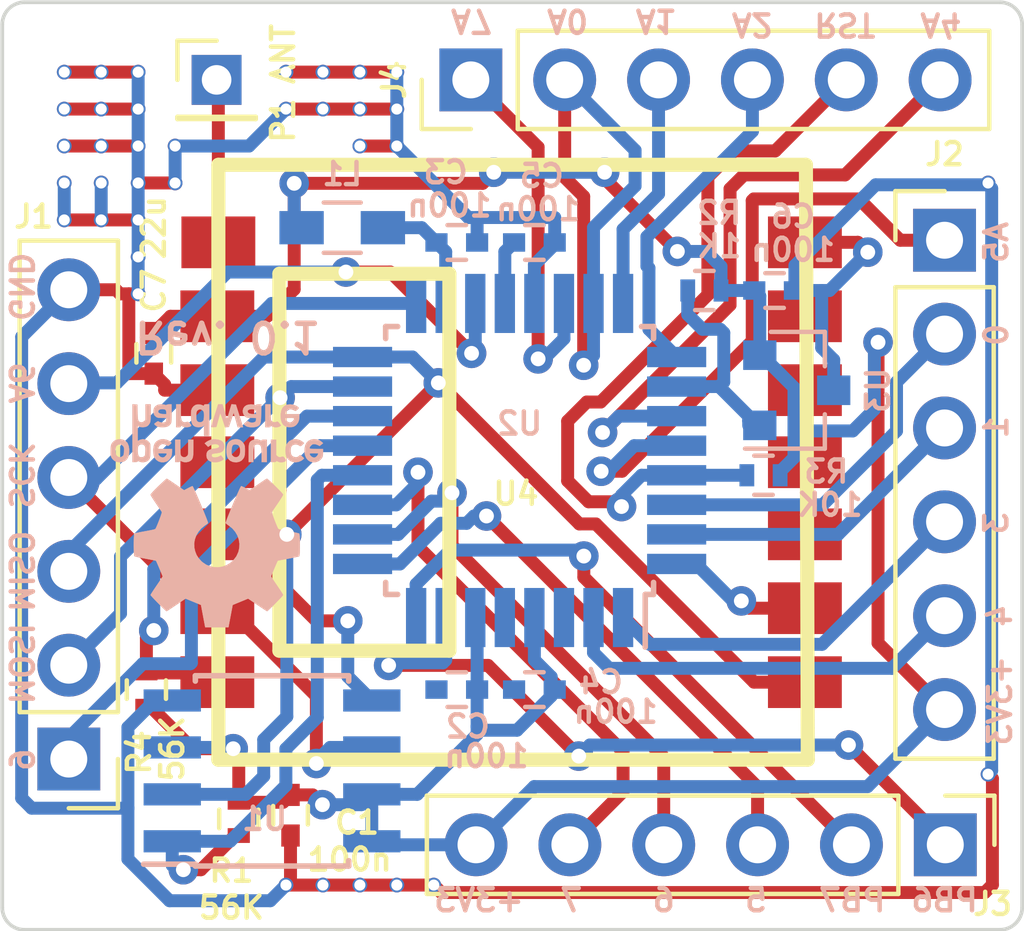
<source format=kicad_pcb>
(kicad_pcb (version 20171130) (host pcbnew "(5.1.12)-1")

  (general
    (thickness 1.6)
    (drawings 33)
    (tracks 402)
    (zones 0)
    (modules 58)
    (nets 31)
  )

  (page A4)
  (layers
    (0 F.Cu signal)
    (31 B.Cu signal)
    (32 B.Adhes user)
    (33 F.Adhes user)
    (34 B.Paste user)
    (35 F.Paste user)
    (36 B.SilkS user)
    (37 F.SilkS user)
    (38 B.Mask user)
    (39 F.Mask user)
    (40 Dwgs.User user)
    (41 Cmts.User user)
    (42 Eco1.User user)
    (43 Eco2.User user)
    (44 Edge.Cuts user)
    (45 Margin user)
    (46 B.CrtYd user)
    (47 F.CrtYd user)
    (48 B.Fab user)
    (49 F.Fab user)
  )

  (setup
    (last_trace_width 0.35)
    (trace_clearance 0.25)
    (zone_clearance 0.4)
    (zone_45_only yes)
    (trace_min 0.2)
    (via_size 0.8)
    (via_drill 0.4)
    (via_min_size 0.4)
    (via_min_drill 0.3)
    (uvia_size 0.3)
    (uvia_drill 0.1)
    (uvias_allowed no)
    (uvia_min_size 0.2)
    (uvia_min_drill 0.1)
    (edge_width 0.1)
    (segment_width 0.2)
    (pcb_text_width 0.3)
    (pcb_text_size 1.5 1.5)
    (mod_edge_width 0.15)
    (mod_text_size 0.6 0.6)
    (mod_text_width 0.12)
    (pad_size 1.6 0.55)
    (pad_drill 0)
    (pad_to_mask_clearance 0)
    (aux_axis_origin 0 0)
    (visible_elements 7FFFFFFF)
    (pcbplotparams
      (layerselection 0x010fc_ffffffff)
      (usegerberextensions true)
      (usegerberattributes false)
      (usegerberadvancedattributes false)
      (creategerberjobfile false)
      (excludeedgelayer true)
      (linewidth 0.100000)
      (plotframeref false)
      (viasonmask false)
      (mode 1)
      (useauxorigin false)
      (hpglpennumber 1)
      (hpglpenspeed 20)
      (hpglpendiameter 15.000000)
      (psnegative false)
      (psa4output false)
      (plotreference true)
      (plotvalue true)
      (plotinvisibletext false)
      (padsonsilk false)
      (subtractmaskfromsilk true)
      (outputformat 1)
      (mirror false)
      (drillshape 0)
      (scaleselection 1)
      (outputdirectory "gerber/"))
  )

  (net 0 "")
  (net 1 GND)
  (net 2 +3V3)
  (net 3 "Net-(C3-Pad2)")
  (net 4 "Net-(C5-Pad2)")
  (net 5 "Net-(J1-Pad1)")
  (net 6 /MOSI)
  (net 7 /MISO)
  (net 8 /SCK)
  (net 9 /19)
  (net 10 "Net-(J2-Pad1)")
  (net 11 "Net-(J2-Pad2)")
  (net 12 "Net-(J2-Pad3)")
  (net 13 "Net-(J2-Pad4)")
  (net 14 "Net-(J2-Pad5)")
  (net 15 "Net-(J3-Pad5)")
  (net 16 "Net-(J3-Pad4)")
  (net 17 "Net-(J3-Pad3)")
  (net 18 /8)
  (net 19 /7)
  (net 20 "Net-(J4-Pad6)")
  (net 21 /RST)
  (net 22 "Net-(J4-Pad4)")
  (net 23 "Net-(J4-Pad3)")
  (net 24 "Net-(J4-Pad2)")
  (net 25 /22)
  (net 26 "Net-(P1-Pad1)")
  (net 27 /SPI_FLASH_SS)
  (net 28 /ATSHA204A)
  (net 29 /RFM69W_SS)
  (net 30 /RFM69W_INT)

  (net_class Default "This is the default net class."
    (clearance 0.25)
    (trace_width 0.35)
    (via_dia 0.8)
    (via_drill 0.4)
    (uvia_dia 0.3)
    (uvia_drill 0.1)
    (add_net +3V3)
    (add_net /19)
    (add_net /22)
    (add_net /7)
    (add_net /8)
    (add_net /ATSHA204A)
    (add_net /MISO)
    (add_net /MOSI)
    (add_net /RFM69W_INT)
    (add_net /RFM69W_SS)
    (add_net /RST)
    (add_net /SCK)
    (add_net /SPI_FLASH_SS)
    (add_net GND)
    (add_net "Net-(C3-Pad2)")
    (add_net "Net-(C5-Pad2)")
    (add_net "Net-(J1-Pad1)")
    (add_net "Net-(J2-Pad1)")
    (add_net "Net-(J2-Pad2)")
    (add_net "Net-(J2-Pad3)")
    (add_net "Net-(J2-Pad4)")
    (add_net "Net-(J2-Pad5)")
    (add_net "Net-(J3-Pad3)")
    (add_net "Net-(J3-Pad4)")
    (add_net "Net-(J3-Pad5)")
    (add_net "Net-(J4-Pad2)")
    (add_net "Net-(J4-Pad3)")
    (add_net "Net-(J4-Pad4)")
    (add_net "Net-(J4-Pad6)")
    (add_net "Net-(P1-Pad1)")
  )

  (module Symbols:OSHW-Logo_5.7x6mm_SilkScreen (layer B.Cu) (tedit 0) (tstamp 58DB9868)
    (at 141.2 62.1)
    (descr "Open Source Hardware Logo")
    (tags "Logo OSHW")
    (attr virtual)
    (fp_text reference REF*** (at 0 0) (layer B.SilkS) hide
      (effects (font (size 1 1) (thickness 0.15)) (justify mirror))
    )
    (fp_text value OSHW-Logo_5.7x6mm_SilkScreen (at 0.75 0) (layer B.Fab) hide
      (effects (font (size 1 1) (thickness 0.15)) (justify mirror))
    )
    (fp_poly (pts (xy 0.376964 2.709982) (xy 0.433812 2.40843) (xy 0.853338 2.235488) (xy 1.104984 2.406605)
      (xy 1.175458 2.45425) (xy 1.239163 2.49679) (xy 1.293126 2.532285) (xy 1.334373 2.55879)
      (xy 1.359934 2.574364) (xy 1.366895 2.577722) (xy 1.379435 2.569086) (xy 1.406231 2.545208)
      (xy 1.44428 2.509141) (xy 1.490579 2.463933) (xy 1.542123 2.412636) (xy 1.595909 2.358299)
      (xy 1.648935 2.303972) (xy 1.698195 2.252705) (xy 1.740687 2.207549) (xy 1.773407 2.171554)
      (xy 1.793351 2.14777) (xy 1.798119 2.13981) (xy 1.791257 2.125135) (xy 1.77202 2.092986)
      (xy 1.74243 2.046508) (xy 1.70451 1.988844) (xy 1.660282 1.92314) (xy 1.634654 1.885664)
      (xy 1.587941 1.817232) (xy 1.546432 1.75548) (xy 1.51214 1.703481) (xy 1.48708 1.664308)
      (xy 1.473264 1.641035) (xy 1.471188 1.636145) (xy 1.475895 1.622245) (xy 1.488723 1.58985)
      (xy 1.507738 1.543515) (xy 1.531003 1.487794) (xy 1.556584 1.427242) (xy 1.582545 1.366414)
      (xy 1.60695 1.309864) (xy 1.627863 1.262148) (xy 1.643349 1.227819) (xy 1.651472 1.211432)
      (xy 1.651952 1.210788) (xy 1.664707 1.207659) (xy 1.698677 1.200679) (xy 1.75034 1.190533)
      (xy 1.816176 1.177908) (xy 1.892664 1.163491) (xy 1.93729 1.155177) (xy 2.019021 1.139616)
      (xy 2.092843 1.124808) (xy 2.155021 1.111564) (xy 2.201822 1.100695) (xy 2.229509 1.093011)
      (xy 2.235074 1.090573) (xy 2.240526 1.07407) (xy 2.244924 1.0368) (xy 2.248272 0.98312)
      (xy 2.250574 0.917388) (xy 2.251832 0.843963) (xy 2.252048 0.767204) (xy 2.251227 0.691468)
      (xy 2.249371 0.621114) (xy 2.246482 0.5605) (xy 2.242565 0.513984) (xy 2.237622 0.485925)
      (xy 2.234657 0.480084) (xy 2.216934 0.473083) (xy 2.179381 0.463073) (xy 2.126964 0.451231)
      (xy 2.064652 0.438733) (xy 2.0429 0.43469) (xy 1.938024 0.41548) (xy 1.85518 0.400009)
      (xy 1.79163 0.387663) (xy 1.744637 0.377827) (xy 1.711463 0.369886) (xy 1.689371 0.363224)
      (xy 1.675624 0.357227) (xy 1.667484 0.351281) (xy 1.666345 0.350106) (xy 1.654977 0.331174)
      (xy 1.637635 0.294331) (xy 1.61605 0.244087) (xy 1.591954 0.184954) (xy 1.567079 0.121444)
      (xy 1.543157 0.058068) (xy 1.521919 -0.000662) (xy 1.505097 -0.050235) (xy 1.494422 -0.086139)
      (xy 1.491627 -0.103862) (xy 1.49186 -0.104483) (xy 1.501331 -0.11897) (xy 1.522818 -0.150844)
      (xy 1.554063 -0.196789) (xy 1.592807 -0.253485) (xy 1.636793 -0.317617) (xy 1.649319 -0.335842)
      (xy 1.693984 -0.401914) (xy 1.733288 -0.4622) (xy 1.765088 -0.513235) (xy 1.787245 -0.55156)
      (xy 1.797617 -0.573711) (xy 1.798119 -0.576432) (xy 1.789405 -0.590736) (xy 1.765325 -0.619072)
      (xy 1.728976 -0.658396) (xy 1.683453 -0.705661) (xy 1.631852 -0.757823) (xy 1.577267 -0.811835)
      (xy 1.522794 -0.864653) (xy 1.471529 -0.913231) (xy 1.426567 -0.954523) (xy 1.391004 -0.985485)
      (xy 1.367935 -1.00307) (xy 1.361554 -1.005941) (xy 1.346699 -0.999178) (xy 1.316286 -0.980939)
      (xy 1.275268 -0.954297) (xy 1.243709 -0.932852) (xy 1.186525 -0.893503) (xy 1.118806 -0.847171)
      (xy 1.05088 -0.800913) (xy 1.014361 -0.776155) (xy 0.890752 -0.692547) (xy 0.786991 -0.74865)
      (xy 0.73972 -0.773228) (xy 0.699523 -0.792331) (xy 0.672326 -0.803227) (xy 0.665402 -0.804743)
      (xy 0.657077 -0.793549) (xy 0.640654 -0.761917) (xy 0.617357 -0.712765) (xy 0.588414 -0.64901)
      (xy 0.55505 -0.573571) (xy 0.518491 -0.489364) (xy 0.479964 -0.399308) (xy 0.440694 -0.306321)
      (xy 0.401908 -0.21332) (xy 0.36483 -0.123223) (xy 0.330689 -0.038948) (xy 0.300708 0.036587)
      (xy 0.276116 0.100466) (xy 0.258136 0.149769) (xy 0.247997 0.181579) (xy 0.246366 0.192504)
      (xy 0.259291 0.206439) (xy 0.287589 0.22906) (xy 0.325346 0.255667) (xy 0.328515 0.257772)
      (xy 0.4261 0.335886) (xy 0.504786 0.427018) (xy 0.563891 0.528255) (xy 0.602732 0.636682)
      (xy 0.620628 0.749386) (xy 0.616897 0.863452) (xy 0.590857 0.975966) (xy 0.541825 1.084015)
      (xy 0.5274 1.107655) (xy 0.452369 1.203113) (xy 0.36373 1.279768) (xy 0.264549 1.33722)
      (xy 0.157895 1.375071) (xy 0.046836 1.392922) (xy -0.065561 1.390375) (xy -0.176227 1.36703)
      (xy -0.282094 1.32249) (xy -0.380095 1.256355) (xy -0.41041 1.229513) (xy -0.487562 1.145488)
      (xy -0.543782 1.057034) (xy -0.582347 0.957885) (xy -0.603826 0.859697) (xy -0.609128 0.749303)
      (xy -0.591448 0.63836) (xy -0.552581 0.530619) (xy -0.494323 0.429831) (xy -0.418469 0.339744)
      (xy -0.326817 0.264108) (xy -0.314772 0.256136) (xy -0.276611 0.230026) (xy -0.247601 0.207405)
      (xy -0.233732 0.192961) (xy -0.233531 0.192504) (xy -0.236508 0.176879) (xy -0.248311 0.141418)
      (xy -0.267714 0.089038) (xy -0.293488 0.022655) (xy -0.324409 -0.054814) (xy -0.359249 -0.14045)
      (xy -0.396783 -0.231337) (xy -0.435783 -0.324559) (xy -0.475023 -0.417197) (xy -0.513276 -0.506335)
      (xy -0.549317 -0.589055) (xy -0.581917 -0.662441) (xy -0.609852 -0.723575) (xy -0.631895 -0.769541)
      (xy -0.646818 -0.797421) (xy -0.652828 -0.804743) (xy -0.671191 -0.799041) (xy -0.705552 -0.783749)
      (xy -0.749984 -0.761599) (xy -0.774417 -0.74865) (xy -0.878178 -0.692547) (xy -1.001787 -0.776155)
      (xy -1.064886 -0.818987) (xy -1.13397 -0.866122) (xy -1.198707 -0.910503) (xy -1.231134 -0.932852)
      (xy -1.276741 -0.963477) (xy -1.31536 -0.987747) (xy -1.341952 -1.002587) (xy -1.35059 -1.005724)
      (xy -1.363161 -0.997261) (xy -1.390984 -0.973636) (xy -1.431361 -0.937302) (xy -1.481595 -0.890711)
      (xy -1.538988 -0.836317) (xy -1.575286 -0.801392) (xy -1.63879 -0.738996) (xy -1.693673 -0.683188)
      (xy -1.737714 -0.636354) (xy -1.768695 -0.600882) (xy -1.784398 -0.579161) (xy -1.785905 -0.574752)
      (xy -1.778914 -0.557985) (xy -1.759594 -0.524082) (xy -1.730091 -0.476476) (xy -1.692545 -0.418599)
      (xy -1.6491 -0.353884) (xy -1.636745 -0.335842) (xy -1.591727 -0.270267) (xy -1.55134 -0.211228)
      (xy -1.51784 -0.162042) (xy -1.493486 -0.126028) (xy -1.480536 -0.106502) (xy -1.479285 -0.104483)
      (xy -1.481156 -0.088922) (xy -1.491087 -0.054709) (xy -1.507347 -0.006355) (xy -1.528205 0.051629)
      (xy -1.551927 0.11473) (xy -1.576784 0.178437) (xy -1.601042 0.238239) (xy -1.622971 0.289624)
      (xy -1.640838 0.328081) (xy -1.652913 0.349098) (xy -1.653771 0.350106) (xy -1.661154 0.356112)
      (xy -1.673625 0.362052) (xy -1.69392 0.36854) (xy -1.724778 0.376191) (xy -1.768934 0.38562)
      (xy -1.829126 0.397441) (xy -1.908093 0.412271) (xy -2.00857 0.430723) (xy -2.030325 0.43469)
      (xy -2.094802 0.447147) (xy -2.151011 0.459334) (xy -2.193987 0.470074) (xy -2.21876 0.478191)
      (xy -2.222082 0.480084) (xy -2.227556 0.496862) (xy -2.232006 0.534355) (xy -2.235428 0.588206)
      (xy -2.237819 0.654056) (xy -2.239177 0.727547) (xy -2.239499 0.80432) (xy -2.238781 0.880017)
      (xy -2.237021 0.95028) (xy -2.234216 1.01075) (xy -2.230362 1.05707) (xy -2.225457 1.084881)
      (xy -2.2225 1.090573) (xy -2.206037 1.096314) (xy -2.168551 1.105655) (xy -2.113775 1.117785)
      (xy -2.045445 1.131893) (xy -1.967294 1.14717) (xy -1.924716 1.155177) (xy -1.843929 1.170279)
      (xy -1.771887 1.18396) (xy -1.712111 1.195533) (xy -1.668121 1.204313) (xy -1.643439 1.209613)
      (xy -1.639377 1.210788) (xy -1.632511 1.224035) (xy -1.617998 1.255943) (xy -1.597771 1.301953)
      (xy -1.573766 1.357508) (xy -1.547918 1.418047) (xy -1.52216 1.479014) (xy -1.498427 1.535849)
      (xy -1.478654 1.583994) (xy -1.464776 1.61889) (xy -1.458726 1.635979) (xy -1.458614 1.636726)
      (xy -1.465472 1.650207) (xy -1.484698 1.68123) (xy -1.514272 1.726711) (xy -1.552173 1.783568)
      (xy -1.59638 1.848717) (xy -1.622079 1.886138) (xy -1.668907 1.954753) (xy -1.710499 2.017048)
      (xy -1.744825 2.069871) (xy -1.769857 2.110073) (xy -1.783565 2.1345) (xy -1.785544 2.139976)
      (xy -1.777034 2.152722) (xy -1.753507 2.179937) (xy -1.717968 2.218572) (xy -1.673423 2.265577)
      (xy -1.622877 2.317905) (xy -1.569336 2.372505) (xy -1.515805 2.42633) (xy -1.465289 2.47633)
      (xy -1.420794 2.519457) (xy -1.385325 2.552661) (xy -1.361887 2.572894) (xy -1.354046 2.577722)
      (xy -1.34128 2.570933) (xy -1.310744 2.551858) (xy -1.26541 2.522439) (xy -1.208244 2.484619)
      (xy -1.142216 2.440339) (xy -1.09241 2.406605) (xy -0.840764 2.235488) (xy -0.631001 2.321959)
      (xy -0.421237 2.40843) (xy -0.364389 2.709982) (xy -0.30754 3.011534) (xy 0.320115 3.011534)
      (xy 0.376964 2.709982)) (layer B.SilkS) (width 0.01))
    (fp_poly (pts (xy 1.79946 -1.45803) (xy 1.842711 -1.471245) (xy 1.870558 -1.487941) (xy 1.879629 -1.501145)
      (xy 1.877132 -1.516797) (xy 1.860931 -1.541385) (xy 1.847232 -1.5588) (xy 1.818992 -1.590283)
      (xy 1.797775 -1.603529) (xy 1.779688 -1.602664) (xy 1.726035 -1.58901) (xy 1.68663 -1.58963)
      (xy 1.654632 -1.605104) (xy 1.64389 -1.614161) (xy 1.609505 -1.646027) (xy 1.609505 -2.062179)
      (xy 1.471188 -2.062179) (xy 1.471188 -1.458614) (xy 1.540347 -1.458614) (xy 1.581869 -1.460256)
      (xy 1.603291 -1.466087) (xy 1.609502 -1.477461) (xy 1.609505 -1.477798) (xy 1.612439 -1.489713)
      (xy 1.625704 -1.488159) (xy 1.644084 -1.479563) (xy 1.682046 -1.463568) (xy 1.712872 -1.453945)
      (xy 1.752536 -1.451478) (xy 1.79946 -1.45803)) (layer B.SilkS) (width 0.01))
    (fp_poly (pts (xy -0.754012 -1.469002) (xy -0.722717 -1.48395) (xy -0.692409 -1.505541) (xy -0.669318 -1.530391)
      (xy -0.6525 -1.562087) (xy -0.641006 -1.604214) (xy -0.633891 -1.660358) (xy -0.630207 -1.734106)
      (xy -0.629008 -1.829044) (xy -0.628989 -1.838985) (xy -0.628713 -2.062179) (xy -0.76703 -2.062179)
      (xy -0.76703 -1.856418) (xy -0.767128 -1.780189) (xy -0.767809 -1.724939) (xy -0.769651 -1.686501)
      (xy -0.773233 -1.660706) (xy -0.779132 -1.643384) (xy -0.787927 -1.630368) (xy -0.80018 -1.617507)
      (xy -0.843047 -1.589873) (xy -0.889843 -1.584745) (xy -0.934424 -1.602217) (xy -0.949928 -1.615221)
      (xy -0.96131 -1.627447) (xy -0.969481 -1.64054) (xy -0.974974 -1.658615) (xy -0.97832 -1.685787)
      (xy -0.980051 -1.72617) (xy -0.980697 -1.783879) (xy -0.980792 -1.854132) (xy -0.980792 -2.062179)
      (xy -1.119109 -2.062179) (xy -1.119109 -1.458614) (xy -1.04995 -1.458614) (xy -1.008428 -1.460256)
      (xy -0.987006 -1.466087) (xy -0.980795 -1.477461) (xy -0.980792 -1.477798) (xy -0.97791 -1.488938)
      (xy -0.965199 -1.487674) (xy -0.939926 -1.475434) (xy -0.882605 -1.457424) (xy -0.817037 -1.455421)
      (xy -0.754012 -1.469002)) (layer B.SilkS) (width 0.01))
    (fp_poly (pts (xy 2.677898 -1.456457) (xy 2.710096 -1.464279) (xy 2.771825 -1.492921) (xy 2.82461 -1.536667)
      (xy 2.861141 -1.589117) (xy 2.86616 -1.600893) (xy 2.873045 -1.63174) (xy 2.877864 -1.677371)
      (xy 2.879505 -1.723492) (xy 2.879505 -1.810693) (xy 2.697178 -1.810693) (xy 2.621979 -1.810978)
      (xy 2.569003 -1.812704) (xy 2.535325 -1.817181) (xy 2.51802 -1.82572) (xy 2.514163 -1.83963)
      (xy 2.520829 -1.860222) (xy 2.53277 -1.884315) (xy 2.56608 -1.924525) (xy 2.612368 -1.944558)
      (xy 2.668944 -1.943905) (xy 2.733031 -1.922101) (xy 2.788417 -1.895193) (xy 2.834375 -1.931532)
      (xy 2.880333 -1.967872) (xy 2.837096 -2.007819) (xy 2.779374 -2.045563) (xy 2.708386 -2.06832)
      (xy 2.632029 -2.074688) (xy 2.558199 -2.063268) (xy 2.546287 -2.059393) (xy 2.481399 -2.025506)
      (xy 2.43313 -1.974986) (xy 2.400465 -1.906325) (xy 2.382385 -1.818014) (xy 2.382175 -1.816121)
      (xy 2.380556 -1.719878) (xy 2.3871 -1.685542) (xy 2.514852 -1.685542) (xy 2.526584 -1.690822)
      (xy 2.558438 -1.694867) (xy 2.605397 -1.697176) (xy 2.635154 -1.697525) (xy 2.690648 -1.697306)
      (xy 2.725346 -1.695916) (xy 2.743601 -1.692251) (xy 2.749766 -1.68521) (xy 2.748195 -1.67369)
      (xy 2.746878 -1.669233) (xy 2.724382 -1.627355) (xy 2.689003 -1.593604) (xy 2.65778 -1.578773)
      (xy 2.616301 -1.579668) (xy 2.574269 -1.598164) (xy 2.539012 -1.628786) (xy 2.517854 -1.666062)
      (xy 2.514852 -1.685542) (xy 2.3871 -1.685542) (xy 2.39669 -1.635229) (xy 2.428698 -1.564191)
      (xy 2.474701 -1.508779) (xy 2.532821 -1.471009) (xy 2.60118 -1.452896) (xy 2.677898 -1.456457)) (layer B.SilkS) (width 0.01))
    (fp_poly (pts (xy 2.217226 -1.46388) (xy 2.29008 -1.49483) (xy 2.313027 -1.509895) (xy 2.342354 -1.533048)
      (xy 2.360764 -1.551253) (xy 2.363961 -1.557183) (xy 2.354935 -1.57034) (xy 2.331837 -1.592667)
      (xy 2.313344 -1.60825) (xy 2.262728 -1.648926) (xy 2.22276 -1.615295) (xy 2.191874 -1.593584)
      (xy 2.161759 -1.58609) (xy 2.127292 -1.58792) (xy 2.072561 -1.601528) (xy 2.034886 -1.629772)
      (xy 2.011991 -1.675433) (xy 2.001597 -1.741289) (xy 2.001595 -1.741331) (xy 2.002494 -1.814939)
      (xy 2.016463 -1.868946) (xy 2.044328 -1.905716) (xy 2.063325 -1.918168) (xy 2.113776 -1.933673)
      (xy 2.167663 -1.933683) (xy 2.214546 -1.918638) (xy 2.225644 -1.911287) (xy 2.253476 -1.892511)
      (xy 2.275236 -1.889434) (xy 2.298704 -1.903409) (xy 2.324649 -1.92851) (xy 2.365716 -1.97088)
      (xy 2.320121 -2.008464) (xy 2.249674 -2.050882) (xy 2.170233 -2.071785) (xy 2.087215 -2.070272)
      (xy 2.032694 -2.056411) (xy 1.96897 -2.022135) (xy 1.918005 -1.968212) (xy 1.894851 -1.930149)
      (xy 1.876099 -1.875536) (xy 1.866715 -1.806369) (xy 1.866643 -1.731407) (xy 1.875824 -1.659409)
      (xy 1.894199 -1.599137) (xy 1.897093 -1.592958) (xy 1.939952 -1.532351) (xy 1.997979 -1.488224)
      (xy 2.066591 -1.461493) (xy 2.141201 -1.453073) (xy 2.217226 -1.46388)) (layer B.SilkS) (width 0.01))
    (fp_poly (pts (xy 0.993367 -1.654342) (xy 0.994555 -1.746563) (xy 0.998897 -1.81661) (xy 1.007558 -1.867381)
      (xy 1.021704 -1.901772) (xy 1.0425 -1.922679) (xy 1.07111 -1.933) (xy 1.106535 -1.935636)
      (xy 1.143636 -1.932682) (xy 1.171818 -1.921889) (xy 1.192243 -1.90036) (xy 1.206079 -1.865199)
      (xy 1.214491 -1.81351) (xy 1.218643 -1.742394) (xy 1.219703 -1.654342) (xy 1.219703 -1.458614)
      (xy 1.35802 -1.458614) (xy 1.35802 -2.062179) (xy 1.288862 -2.062179) (xy 1.24717 -2.060489)
      (xy 1.225701 -2.054556) (xy 1.219703 -2.043293) (xy 1.216091 -2.033261) (xy 1.201714 -2.035383)
      (xy 1.172736 -2.04958) (xy 1.106319 -2.07148) (xy 1.035875 -2.069928) (xy 0.968377 -2.046147)
      (xy 0.936233 -2.027362) (xy 0.911715 -2.007022) (xy 0.893804 -1.981573) (xy 0.881479 -1.947458)
      (xy 0.873723 -1.901121) (xy 0.869516 -1.839007) (xy 0.86784 -1.757561) (xy 0.867624 -1.694578)
      (xy 0.867624 -1.458614) (xy 0.993367 -1.458614) (xy 0.993367 -1.654342)) (layer B.SilkS) (width 0.01))
    (fp_poly (pts (xy 0.610762 -1.466055) (xy 0.674363 -1.500692) (xy 0.724123 -1.555372) (xy 0.747568 -1.599842)
      (xy 0.757634 -1.639121) (xy 0.764156 -1.695116) (xy 0.766951 -1.759621) (xy 0.765836 -1.824429)
      (xy 0.760626 -1.881334) (xy 0.754541 -1.911727) (xy 0.734014 -1.953306) (xy 0.698463 -1.997468)
      (xy 0.655619 -2.036087) (xy 0.613211 -2.061034) (xy 0.612177 -2.06143) (xy 0.559553 -2.072331)
      (xy 0.497188 -2.072601) (xy 0.437924 -2.062676) (xy 0.41504 -2.054722) (xy 0.356102 -2.0213)
      (xy 0.31389 -1.977511) (xy 0.286156 -1.919538) (xy 0.270651 -1.843565) (xy 0.267143 -1.803771)
      (xy 0.26759 -1.753766) (xy 0.402376 -1.753766) (xy 0.406917 -1.826732) (xy 0.419986 -1.882334)
      (xy 0.440756 -1.917861) (xy 0.455552 -1.92802) (xy 0.493464 -1.935104) (xy 0.538527 -1.933007)
      (xy 0.577487 -1.922812) (xy 0.587704 -1.917204) (xy 0.614659 -1.884538) (xy 0.632451 -1.834545)
      (xy 0.640024 -1.773705) (xy 0.636325 -1.708497) (xy 0.628057 -1.669253) (xy 0.60432 -1.623805)
      (xy 0.566849 -1.595396) (xy 0.52172 -1.585573) (xy 0.475011 -1.595887) (xy 0.439132 -1.621112)
      (xy 0.420277 -1.641925) (xy 0.409272 -1.662439) (xy 0.404026 -1.690203) (xy 0.402449 -1.732762)
      (xy 0.402376 -1.753766) (xy 0.26759 -1.753766) (xy 0.268094 -1.69758) (xy 0.285388 -1.610501)
      (xy 0.319029 -1.54253) (xy 0.369018 -1.493664) (xy 0.435356 -1.463899) (xy 0.449601 -1.460448)
      (xy 0.53521 -1.452345) (xy 0.610762 -1.466055)) (layer B.SilkS) (width 0.01))
    (fp_poly (pts (xy 0.014017 -1.456452) (xy 0.061634 -1.465482) (xy 0.111034 -1.48437) (xy 0.116312 -1.486777)
      (xy 0.153774 -1.506476) (xy 0.179717 -1.524781) (xy 0.188103 -1.536508) (xy 0.180117 -1.555632)
      (xy 0.16072 -1.58385) (xy 0.15211 -1.594384) (xy 0.116628 -1.635847) (xy 0.070885 -1.608858)
      (xy 0.02735 -1.590878) (xy -0.02295 -1.581267) (xy -0.071188 -1.58066) (xy -0.108533 -1.589691)
      (xy -0.117495 -1.595327) (xy -0.134563 -1.621171) (xy -0.136637 -1.650941) (xy -0.123866 -1.674197)
      (xy -0.116312 -1.678708) (xy -0.093675 -1.684309) (xy -0.053885 -1.690892) (xy -0.004834 -1.697183)
      (xy 0.004215 -1.69817) (xy 0.082996 -1.711798) (xy 0.140136 -1.734946) (xy 0.17803 -1.769752)
      (xy 0.199079 -1.818354) (xy 0.205635 -1.877718) (xy 0.196577 -1.945198) (xy 0.167164 -1.998188)
      (xy 0.117278 -2.036783) (xy 0.0468 -2.061081) (xy -0.031435 -2.070667) (xy -0.095234 -2.070552)
      (xy -0.146984 -2.061845) (xy -0.182327 -2.049825) (xy -0.226983 -2.02888) (xy -0.268253 -2.004574)
      (xy -0.282921 -1.993876) (xy -0.320643 -1.963084) (xy -0.275148 -1.917049) (xy -0.229653 -1.871013)
      (xy -0.177928 -1.905243) (xy -0.126048 -1.930952) (xy -0.070649 -1.944399) (xy -0.017395 -1.945818)
      (xy 0.028049 -1.935443) (xy 0.060016 -1.913507) (xy 0.070338 -1.894998) (xy 0.068789 -1.865314)
      (xy 0.04314 -1.842615) (xy -0.00654 -1.82694) (xy -0.060969 -1.819695) (xy -0.144736 -1.805873)
      (xy -0.206967 -1.779796) (xy -0.248493 -1.740699) (xy -0.270147 -1.68782) (xy -0.273147 -1.625126)
      (xy -0.258329 -1.559642) (xy -0.224546 -1.510144) (xy -0.171495 -1.476408) (xy -0.098874 -1.458207)
      (xy -0.045072 -1.454639) (xy 0.014017 -1.456452)) (layer B.SilkS) (width 0.01))
    (fp_poly (pts (xy -1.356699 -1.472614) (xy -1.344168 -1.478514) (xy -1.300799 -1.510283) (xy -1.25979 -1.556646)
      (xy -1.229168 -1.607696) (xy -1.220459 -1.631166) (xy -1.212512 -1.673091) (xy -1.207774 -1.723757)
      (xy -1.207199 -1.744679) (xy -1.207129 -1.810693) (xy -1.587083 -1.810693) (xy -1.578983 -1.845273)
      (xy -1.559104 -1.88617) (xy -1.524347 -1.921514) (xy -1.482998 -1.944282) (xy -1.456649 -1.94901)
      (xy -1.420916 -1.943273) (xy -1.378282 -1.928882) (xy -1.363799 -1.922262) (xy -1.31024 -1.895513)
      (xy -1.264533 -1.930376) (xy -1.238158 -1.953955) (xy -1.224124 -1.973417) (xy -1.223414 -1.979129)
      (xy -1.235951 -1.992973) (xy -1.263428 -2.014012) (xy -1.288366 -2.030425) (xy -1.355664 -2.05993)
      (xy -1.43111 -2.073284) (xy -1.505888 -2.069812) (xy -1.565495 -2.051663) (xy -1.626941 -2.012784)
      (xy -1.670608 -1.961595) (xy -1.697926 -1.895367) (xy -1.710322 -1.811371) (xy -1.711421 -1.772936)
      (xy -1.707022 -1.684861) (xy -1.706482 -1.682299) (xy -1.580582 -1.682299) (xy -1.577115 -1.690558)
      (xy -1.562863 -1.695113) (xy -1.53347 -1.697065) (xy -1.484575 -1.697517) (xy -1.465748 -1.697525)
      (xy -1.408467 -1.696843) (xy -1.372141 -1.694364) (xy -1.352604 -1.689443) (xy -1.34569 -1.681434)
      (xy -1.345445 -1.678862) (xy -1.353336 -1.658423) (xy -1.373085 -1.629789) (xy -1.381575 -1.619763)
      (xy -1.413094 -1.591408) (xy -1.445949 -1.580259) (xy -1.463651 -1.579327) (xy -1.511539 -1.590981)
      (xy -1.551699 -1.622285) (xy -1.577173 -1.667752) (xy -1.577625 -1.669233) (xy -1.580582 -1.682299)
      (xy -1.706482 -1.682299) (xy -1.692392 -1.61551) (xy -1.666038 -1.560025) (xy -1.633807 -1.520639)
      (xy -1.574217 -1.477931) (xy -1.504168 -1.455109) (xy -1.429661 -1.453046) (xy -1.356699 -1.472614)) (layer B.SilkS) (width 0.01))
    (fp_poly (pts (xy -2.538261 -1.465148) (xy -2.472479 -1.494231) (xy -2.42254 -1.542793) (xy -2.388374 -1.610908)
      (xy -2.369907 -1.698651) (xy -2.368583 -1.712351) (xy -2.367546 -1.808939) (xy -2.380993 -1.893602)
      (xy -2.408108 -1.962221) (xy -2.422627 -1.984294) (xy -2.473201 -2.031011) (xy -2.537609 -2.061268)
      (xy -2.609666 -2.073824) (xy -2.683185 -2.067439) (xy -2.739072 -2.047772) (xy -2.787132 -2.014629)
      (xy -2.826412 -1.971175) (xy -2.827092 -1.970158) (xy -2.843044 -1.943338) (xy -2.85341 -1.916368)
      (xy -2.859688 -1.882332) (xy -2.863373 -1.83431) (xy -2.864997 -1.794931) (xy -2.865672 -1.759219)
      (xy -2.739955 -1.759219) (xy -2.738726 -1.79477) (xy -2.734266 -1.842094) (xy -2.726397 -1.872465)
      (xy -2.712207 -1.894072) (xy -2.698917 -1.906694) (xy -2.651802 -1.933122) (xy -2.602505 -1.936653)
      (xy -2.556593 -1.917639) (xy -2.533638 -1.896331) (xy -2.517096 -1.874859) (xy -2.507421 -1.854313)
      (xy -2.503174 -1.827574) (xy -2.50292 -1.787523) (xy -2.504228 -1.750638) (xy -2.507043 -1.697947)
      (xy -2.511505 -1.663772) (xy -2.519548 -1.64148) (xy -2.533103 -1.624442) (xy -2.543845 -1.614703)
      (xy -2.588777 -1.589123) (xy -2.637249 -1.587847) (xy -2.677894 -1.602999) (xy -2.712567 -1.634642)
      (xy -2.733224 -1.68662) (xy -2.739955 -1.759219) (xy -2.865672 -1.759219) (xy -2.866479 -1.716621)
      (xy -2.863948 -1.658056) (xy -2.856362 -1.614007) (xy -2.842681 -1.579248) (xy -2.821865 -1.548551)
      (xy -2.814147 -1.539436) (xy -2.765889 -1.494021) (xy -2.714128 -1.467493) (xy -2.650828 -1.456379)
      (xy -2.619961 -1.455471) (xy -2.538261 -1.465148)) (layer B.SilkS) (width 0.01))
    (fp_poly (pts (xy 2.032581 -2.40497) (xy 2.092685 -2.420597) (xy 2.143021 -2.452848) (xy 2.167393 -2.47694)
      (xy 2.207345 -2.533895) (xy 2.230242 -2.599965) (xy 2.238108 -2.681182) (xy 2.238148 -2.687748)
      (xy 2.238218 -2.753763) (xy 1.858264 -2.753763) (xy 1.866363 -2.788342) (xy 1.880987 -2.819659)
      (xy 1.906581 -2.852291) (xy 1.911935 -2.8575) (xy 1.957943 -2.885694) (xy 2.01041 -2.890475)
      (xy 2.070803 -2.871926) (xy 2.08104 -2.866931) (xy 2.112439 -2.851745) (xy 2.13347 -2.843094)
      (xy 2.137139 -2.842293) (xy 2.149948 -2.850063) (xy 2.174378 -2.869072) (xy 2.186779 -2.87946)
      (xy 2.212476 -2.903321) (xy 2.220915 -2.919077) (xy 2.215058 -2.933571) (xy 2.211928 -2.937534)
      (xy 2.190725 -2.954879) (xy 2.155738 -2.975959) (xy 2.131337 -2.988265) (xy 2.062072 -3.009946)
      (xy 1.985388 -3.016971) (xy 1.912765 -3.008647) (xy 1.892426 -3.002686) (xy 1.829476 -2.968952)
      (xy 1.782815 -2.917045) (xy 1.752173 -2.846459) (xy 1.737282 -2.756692) (xy 1.735647 -2.709753)
      (xy 1.740421 -2.641413) (xy 1.86099 -2.641413) (xy 1.872652 -2.646465) (xy 1.903998 -2.650429)
      (xy 1.949571 -2.652768) (xy 1.980446 -2.653169) (xy 2.035981 -2.652783) (xy 2.071033 -2.650975)
      (xy 2.090262 -2.646773) (xy 2.09833 -2.639203) (xy 2.099901 -2.628218) (xy 2.089121 -2.594381)
      (xy 2.06198 -2.56094) (xy 2.026277 -2.535272) (xy 1.99056 -2.524772) (xy 1.942048 -2.534086)
      (xy 1.900053 -2.561013) (xy 1.870936 -2.599827) (xy 1.86099 -2.641413) (xy 1.740421 -2.641413)
      (xy 1.742599 -2.610236) (xy 1.764055 -2.530949) (xy 1.80047 -2.471263) (xy 1.852297 -2.430549)
      (xy 1.91999 -2.408179) (xy 1.956662 -2.403871) (xy 2.032581 -2.40497)) (layer B.SilkS) (width 0.01))
    (fp_poly (pts (xy 1.635255 -2.401486) (xy 1.683595 -2.411015) (xy 1.711114 -2.425125) (xy 1.740064 -2.448568)
      (xy 1.698876 -2.500571) (xy 1.673482 -2.532064) (xy 1.656238 -2.547428) (xy 1.639102 -2.549776)
      (xy 1.614027 -2.542217) (xy 1.602257 -2.537941) (xy 1.55427 -2.531631) (xy 1.510324 -2.545156)
      (xy 1.47806 -2.57571) (xy 1.472819 -2.585452) (xy 1.467112 -2.611258) (xy 1.462706 -2.658817)
      (xy 1.459811 -2.724758) (xy 1.458631 -2.80571) (xy 1.458614 -2.817226) (xy 1.458614 -3.017822)
      (xy 1.320297 -3.017822) (xy 1.320297 -2.401683) (xy 1.389456 -2.401683) (xy 1.429333 -2.402725)
      (xy 1.450107 -2.407358) (xy 1.457789 -2.417849) (xy 1.458614 -2.427745) (xy 1.458614 -2.453806)
      (xy 1.491745 -2.427745) (xy 1.529735 -2.409965) (xy 1.58077 -2.401174) (xy 1.635255 -2.401486)) (layer B.SilkS) (width 0.01))
    (fp_poly (pts (xy 1.038411 -2.405417) (xy 1.091411 -2.41829) (xy 1.106731 -2.42511) (xy 1.136428 -2.442974)
      (xy 1.15922 -2.463093) (xy 1.176083 -2.488962) (xy 1.187998 -2.524073) (xy 1.195942 -2.57192)
      (xy 1.200894 -2.635996) (xy 1.203831 -2.719794) (xy 1.204947 -2.775768) (xy 1.209052 -3.017822)
      (xy 1.138932 -3.017822) (xy 1.096393 -3.016038) (xy 1.074476 -3.009942) (xy 1.068812 -2.999706)
      (xy 1.065821 -2.988637) (xy 1.052451 -2.990754) (xy 1.034233 -2.999629) (xy 0.988624 -3.013233)
      (xy 0.930007 -3.016899) (xy 0.868354 -3.010903) (xy 0.813638 -2.995521) (xy 0.80873 -2.993386)
      (xy 0.758723 -2.958255) (xy 0.725756 -2.909419) (xy 0.710587 -2.852333) (xy 0.711746 -2.831824)
      (xy 0.835508 -2.831824) (xy 0.846413 -2.859425) (xy 0.878745 -2.879204) (xy 0.93091 -2.889819)
      (xy 0.958787 -2.891228) (xy 1.005247 -2.88762) (xy 1.036129 -2.873597) (xy 1.043664 -2.866931)
      (xy 1.064076 -2.830666) (xy 1.068812 -2.797773) (xy 1.068812 -2.753763) (xy 1.007513 -2.753763)
      (xy 0.936256 -2.757395) (xy 0.886276 -2.768818) (xy 0.854696 -2.788824) (xy 0.847626 -2.797743)
      (xy 0.835508 -2.831824) (xy 0.711746 -2.831824) (xy 0.713971 -2.792456) (xy 0.736663 -2.735244)
      (xy 0.767624 -2.69658) (xy 0.786376 -2.679864) (xy 0.804733 -2.668878) (xy 0.828619 -2.66218)
      (xy 0.863957 -2.658326) (xy 0.916669 -2.655873) (xy 0.937577 -2.655168) (xy 1.068812 -2.650879)
      (xy 1.06862 -2.611158) (xy 1.063537 -2.569405) (xy 1.045162 -2.544158) (xy 1.008039 -2.52803)
      (xy 1.007043 -2.527742) (xy 0.95441 -2.5214) (xy 0.902906 -2.529684) (xy 0.86463 -2.549827)
      (xy 0.849272 -2.559773) (xy 0.83273 -2.558397) (xy 0.807275 -2.543987) (xy 0.792328 -2.533817)
      (xy 0.763091 -2.512088) (xy 0.74498 -2.4958) (xy 0.742074 -2.491137) (xy 0.75404 -2.467005)
      (xy 0.789396 -2.438185) (xy 0.804753 -2.428461) (xy 0.848901 -2.411714) (xy 0.908398 -2.402227)
      (xy 0.974487 -2.400095) (xy 1.038411 -2.405417)) (layer B.SilkS) (width 0.01))
    (fp_poly (pts (xy 0.281524 -2.404237) (xy 0.331255 -2.407971) (xy 0.461291 -2.797773) (xy 0.481678 -2.728614)
      (xy 0.493946 -2.685874) (xy 0.510085 -2.628115) (xy 0.527512 -2.564625) (xy 0.536726 -2.53057)
      (xy 0.571388 -2.401683) (xy 0.714391 -2.401683) (xy 0.671646 -2.536857) (xy 0.650596 -2.603342)
      (xy 0.625167 -2.683539) (xy 0.59861 -2.767193) (xy 0.574902 -2.841782) (xy 0.520902 -3.011535)
      (xy 0.462598 -3.015328) (xy 0.404295 -3.019122) (xy 0.372679 -2.914734) (xy 0.353182 -2.849889)
      (xy 0.331904 -2.7784) (xy 0.313308 -2.715263) (xy 0.312574 -2.71275) (xy 0.298684 -2.669969)
      (xy 0.286429 -2.640779) (xy 0.277846 -2.629741) (xy 0.276082 -2.631018) (xy 0.269891 -2.64813)
      (xy 0.258128 -2.684787) (xy 0.242225 -2.736378) (xy 0.223614 -2.798294) (xy 0.213543 -2.832352)
      (xy 0.159007 -3.017822) (xy 0.043264 -3.017822) (xy -0.049263 -2.725471) (xy -0.075256 -2.643462)
      (xy -0.098934 -2.568987) (xy -0.11918 -2.505544) (xy -0.134874 -2.456632) (xy -0.144898 -2.425749)
      (xy -0.147945 -2.416726) (xy -0.145533 -2.407487) (xy -0.126592 -2.403441) (xy -0.087177 -2.403846)
      (xy -0.081007 -2.404152) (xy -0.007914 -2.407971) (xy 0.039957 -2.58401) (xy 0.057553 -2.648211)
      (xy 0.073277 -2.704649) (xy 0.085746 -2.748422) (xy 0.093574 -2.77463) (xy 0.09502 -2.778903)
      (xy 0.101014 -2.77399) (xy 0.113101 -2.748532) (xy 0.129893 -2.705997) (xy 0.150003 -2.64985)
      (xy 0.167003 -2.59913) (xy 0.231794 -2.400504) (xy 0.281524 -2.404237)) (layer B.SilkS) (width 0.01))
    (fp_poly (pts (xy -0.201188 -3.017822) (xy -0.270346 -3.017822) (xy -0.310488 -3.016645) (xy -0.331394 -3.011772)
      (xy -0.338922 -3.001186) (xy -0.339505 -2.994029) (xy -0.340774 -2.979676) (xy -0.348779 -2.976923)
      (xy -0.369815 -2.985771) (xy -0.386173 -2.994029) (xy -0.448977 -3.013597) (xy -0.517248 -3.014729)
      (xy -0.572752 -3.000135) (xy -0.624438 -2.964877) (xy -0.663838 -2.912835) (xy -0.685413 -2.85145)
      (xy -0.685962 -2.848018) (xy -0.689167 -2.810571) (xy -0.690761 -2.756813) (xy -0.690633 -2.716155)
      (xy -0.553279 -2.716155) (xy -0.550097 -2.770194) (xy -0.542859 -2.814735) (xy -0.53306 -2.839888)
      (xy -0.495989 -2.87426) (xy -0.451974 -2.886582) (xy -0.406584 -2.876618) (xy -0.367797 -2.846895)
      (xy -0.353108 -2.826905) (xy -0.344519 -2.80305) (xy -0.340496 -2.76823) (xy -0.339505 -2.71593)
      (xy -0.341278 -2.664139) (xy -0.345963 -2.618634) (xy -0.352603 -2.588181) (xy -0.35371 -2.585452)
      (xy -0.380491 -2.553) (xy -0.419579 -2.535183) (xy -0.463315 -2.532306) (xy -0.504038 -2.544674)
      (xy -0.534087 -2.572593) (xy -0.537204 -2.578148) (xy -0.546961 -2.612022) (xy -0.552277 -2.660728)
      (xy -0.553279 -2.716155) (xy -0.690633 -2.716155) (xy -0.690568 -2.69554) (xy -0.689664 -2.662563)
      (xy -0.683514 -2.580981) (xy -0.670733 -2.51973) (xy -0.649471 -2.474449) (xy -0.617878 -2.440779)
      (xy -0.587207 -2.421014) (xy -0.544354 -2.40712) (xy -0.491056 -2.402354) (xy -0.43648 -2.406236)
      (xy -0.389792 -2.418282) (xy -0.365124 -2.432693) (xy -0.339505 -2.455878) (xy -0.339505 -2.162773)
      (xy -0.201188 -2.162773) (xy -0.201188 -3.017822)) (layer B.SilkS) (width 0.01))
    (fp_poly (pts (xy -0.993356 -2.40302) (xy -0.974539 -2.40866) (xy -0.968473 -2.421053) (xy -0.968218 -2.426647)
      (xy -0.967129 -2.44223) (xy -0.959632 -2.444676) (xy -0.939381 -2.433993) (xy -0.927351 -2.426694)
      (xy -0.8894 -2.411063) (xy -0.844072 -2.403334) (xy -0.796544 -2.40274) (xy -0.751995 -2.408513)
      (xy -0.715602 -2.419884) (xy -0.692543 -2.436088) (xy -0.687996 -2.456355) (xy -0.690291 -2.461843)
      (xy -0.70702 -2.484626) (xy -0.732963 -2.512647) (xy -0.737655 -2.517177) (xy -0.762383 -2.538005)
      (xy -0.783718 -2.544735) (xy -0.813555 -2.540038) (xy -0.825508 -2.536917) (xy -0.862705 -2.529421)
      (xy -0.888859 -2.532792) (xy -0.910946 -2.544681) (xy -0.931178 -2.560635) (xy -0.946079 -2.5807)
      (xy -0.956434 -2.608702) (xy -0.963029 -2.648467) (xy -0.966649 -2.703823) (xy -0.968078 -2.778594)
      (xy -0.968218 -2.82374) (xy -0.968218 -3.017822) (xy -1.09396 -3.017822) (xy -1.09396 -2.401683)
      (xy -1.031089 -2.401683) (xy -0.993356 -2.40302)) (layer B.SilkS) (width 0.01))
    (fp_poly (pts (xy -1.38421 -2.406555) (xy -1.325055 -2.422339) (xy -1.280023 -2.450948) (xy -1.248246 -2.488419)
      (xy -1.238366 -2.504411) (xy -1.231073 -2.521163) (xy -1.225974 -2.542592) (xy -1.222679 -2.572616)
      (xy -1.220797 -2.615154) (xy -1.219937 -2.674122) (xy -1.219707 -2.75344) (xy -1.219703 -2.774484)
      (xy -1.219703 -3.017822) (xy -1.280059 -3.017822) (xy -1.318557 -3.015126) (xy -1.347023 -3.008295)
      (xy -1.354155 -3.004083) (xy -1.373652 -2.996813) (xy -1.393566 -3.004083) (xy -1.426353 -3.01316)
      (xy -1.473978 -3.016813) (xy -1.526764 -3.015228) (xy -1.575036 -3.008589) (xy -1.603218 -3.000072)
      (xy -1.657753 -2.965063) (xy -1.691835 -2.916479) (xy -1.707157 -2.851882) (xy -1.707299 -2.850223)
      (xy -1.705955 -2.821566) (xy -1.584356 -2.821566) (xy -1.573726 -2.854161) (xy -1.55641 -2.872505)
      (xy -1.521652 -2.886379) (xy -1.475773 -2.891917) (xy -1.428988 -2.889191) (xy -1.391514 -2.878274)
      (xy -1.381015 -2.871269) (xy -1.362668 -2.838904) (xy -1.35802 -2.802111) (xy -1.35802 -2.753763)
      (xy -1.427582 -2.753763) (xy -1.493667 -2.75885) (xy -1.543764 -2.773263) (xy -1.574929 -2.795729)
      (xy -1.584356 -2.821566) (xy -1.705955 -2.821566) (xy -1.703987 -2.779647) (xy -1.68071 -2.723845)
      (xy -1.636948 -2.681647) (xy -1.630899 -2.677808) (xy -1.604907 -2.665309) (xy -1.572735 -2.65774)
      (xy -1.52776 -2.654061) (xy -1.474331 -2.653216) (xy -1.35802 -2.653169) (xy -1.35802 -2.604411)
      (xy -1.362953 -2.566581) (xy -1.375543 -2.541236) (xy -1.377017 -2.539887) (xy -1.405034 -2.5288)
      (xy -1.447326 -2.524503) (xy -1.494064 -2.526615) (xy -1.535418 -2.534756) (xy -1.559957 -2.546965)
      (xy -1.573253 -2.556746) (xy -1.587294 -2.558613) (xy -1.606671 -2.5506) (xy -1.635976 -2.530739)
      (xy -1.679803 -2.497063) (xy -1.683825 -2.493909) (xy -1.681764 -2.482236) (xy -1.664568 -2.462822)
      (xy -1.638433 -2.441248) (xy -1.609552 -2.423096) (xy -1.600478 -2.418809) (xy -1.56738 -2.410256)
      (xy -1.51888 -2.404155) (xy -1.464695 -2.401708) (xy -1.462161 -2.401703) (xy -1.38421 -2.406555)) (layer B.SilkS) (width 0.01))
    (fp_poly (pts (xy -1.908759 -1.469184) (xy -1.882247 -1.482282) (xy -1.849553 -1.505106) (xy -1.825725 -1.529996)
      (xy -1.809406 -1.561249) (xy -1.79924 -1.603166) (xy -1.793872 -1.660044) (xy -1.791944 -1.736184)
      (xy -1.791831 -1.768917) (xy -1.792161 -1.840656) (xy -1.793527 -1.891927) (xy -1.7965 -1.927404)
      (xy -1.801649 -1.951763) (xy -1.809543 -1.96968) (xy -1.817757 -1.981902) (xy -1.870187 -2.033905)
      (xy -1.93193 -2.065184) (xy -1.998536 -2.074592) (xy -2.065558 -2.06098) (xy -2.086792 -2.051354)
      (xy -2.137624 -2.024859) (xy -2.137624 -2.440052) (xy -2.100525 -2.420868) (xy -2.051643 -2.406025)
      (xy -1.991561 -2.402222) (xy -1.931564 -2.409243) (xy -1.886256 -2.425013) (xy -1.848675 -2.455047)
      (xy -1.816564 -2.498024) (xy -1.81415 -2.502436) (xy -1.803967 -2.523221) (xy -1.79653 -2.54417)
      (xy -1.791411 -2.569548) (xy -1.788181 -2.603618) (xy -1.786413 -2.650641) (xy -1.785677 -2.714882)
      (xy -1.785544 -2.787176) (xy -1.785544 -3.017822) (xy -1.923861 -3.017822) (xy -1.923861 -2.592533)
      (xy -1.962549 -2.559979) (xy -2.002738 -2.53394) (xy -2.040797 -2.529205) (xy -2.079066 -2.541389)
      (xy -2.099462 -2.55332) (xy -2.114642 -2.570313) (xy -2.125438 -2.595995) (xy -2.132683 -2.633991)
      (xy -2.137208 -2.687926) (xy -2.139844 -2.761425) (xy -2.140772 -2.810347) (xy -2.143911 -3.011535)
      (xy -2.209926 -3.015336) (xy -2.27594 -3.019136) (xy -2.27594 -1.77065) (xy -2.137624 -1.77065)
      (xy -2.134097 -1.840254) (xy -2.122215 -1.888569) (xy -2.10002 -1.918631) (xy -2.065559 -1.933471)
      (xy -2.030742 -1.936436) (xy -1.991329 -1.933028) (xy -1.965171 -1.919617) (xy -1.948814 -1.901896)
      (xy -1.935937 -1.882835) (xy -1.928272 -1.861601) (xy -1.924861 -1.831849) (xy -1.924749 -1.787236)
      (xy -1.925897 -1.74988) (xy -1.928532 -1.693604) (xy -1.932456 -1.656658) (xy -1.939063 -1.633223)
      (xy -1.949749 -1.61748) (xy -1.959833 -1.60838) (xy -2.00197 -1.588537) (xy -2.05184 -1.585332)
      (xy -2.080476 -1.592168) (xy -2.108828 -1.616464) (xy -2.127609 -1.663728) (xy -2.136712 -1.733624)
      (xy -2.137624 -1.77065) (xy -2.27594 -1.77065) (xy -2.27594 -1.458614) (xy -2.206782 -1.458614)
      (xy -2.16526 -1.460256) (xy -2.143838 -1.466087) (xy -2.137626 -1.477461) (xy -2.137624 -1.477798)
      (xy -2.134742 -1.488938) (xy -2.12203 -1.487673) (xy -2.096757 -1.475433) (xy -2.037869 -1.456707)
      (xy -1.971615 -1.454739) (xy -1.908759 -1.469184)) (layer B.SilkS) (width 0.01))
  )

  (module Pin_Headers:Pin_Header_Straight_1x01_Pitch2.00mm (layer F.Cu) (tedit 58DA6E04) (tstamp 58DAB75D)
    (at 141.2 50.3)
    (descr "Through hole straight pin header, 1x01, 2.00mm pitch, single row")
    (tags "Through hole pin header THT 1x01 2.00mm single row")
    (path /5880175E)
    (fp_text reference P1 (at 1.8 1.1 90) (layer F.SilkS)
      (effects (font (size 0.6 0.6) (thickness 0.12)))
    )
    (fp_text value ANT (at 1.8 -0.7 90) (layer F.SilkS)
      (effects (font (size 0.6 0.6) (thickness 0.12)))
    )
    (fp_line (start 1.5 -1.5) (end -1.5 -1.5) (layer F.CrtYd) (width 0.05))
    (fp_line (start 1.5 1.5) (end 1.5 -1.5) (layer F.CrtYd) (width 0.05))
    (fp_line (start -1.5 1.5) (end 1.5 1.5) (layer F.CrtYd) (width 0.05))
    (fp_line (start -1.5 -1.5) (end -1.5 1.5) (layer F.CrtYd) (width 0.05))
    (fp_line (start -1.06 -1.06) (end 0 -1.06) (layer F.SilkS) (width 0.12))
    (fp_line (start -1.06 0) (end -1.06 -1.06) (layer F.SilkS) (width 0.12))
    (fp_line (start 1.06 1) (end -1.06 1) (layer F.SilkS) (width 0.12))
    (fp_line (start 1.06 1.06) (end 1.06 1) (layer F.SilkS) (width 0.12))
    (fp_line (start -1.06 1.06) (end 1.06 1.06) (layer F.SilkS) (width 0.12))
    (fp_line (start -1.06 1) (end -1.06 1.06) (layer F.SilkS) (width 0.12))
    (fp_line (start 1 -1) (end -1 -1) (layer F.Fab) (width 0.1))
    (fp_line (start 1 1) (end 1 -1) (layer F.Fab) (width 0.1))
    (fp_line (start -1 1) (end 1 1) (layer F.Fab) (width 0.1))
    (fp_line (start -1 -1) (end -1 1) (layer F.Fab) (width 0.1))
    (fp_text user %R (at 0 -2.06) (layer F.Fab) hide
      (effects (font (size 0.6 0.6) (thickness 0.12)))
    )
    (pad 1 thru_hole rect (at 0 0) (size 1.35 1.35) (drill 0.8) (layers *.Cu *.Mask)
      (net 26 "Net-(P1-Pad1)"))
  )

  (module Capacitors_SMD:C_0402 (layer F.Cu) (tedit 58DB80B8) (tstamp 58DAB67D)
    (at 143.2 70.2 90)
    (descr "Capacitor SMD 0402, reflow soldering, AVX (see smccp.pdf)")
    (tags "capacitor 0402")
    (path /5886280B)
    (attr smd)
    (fp_text reference C1 (at -0.2 1.8 180) (layer F.SilkS)
      (effects (font (size 0.6 0.6) (thickness 0.12)))
    )
    (fp_text value 100n (at -1.2 1.6 180) (layer F.SilkS)
      (effects (font (size 0.6 0.6) (thickness 0.12)))
    )
    (fp_line (start 1 0.4) (end -1 0.4) (layer F.CrtYd) (width 0.05))
    (fp_line (start 1 0.4) (end 1 -0.4) (layer F.CrtYd) (width 0.05))
    (fp_line (start -1 -0.4) (end -1 0.4) (layer F.CrtYd) (width 0.05))
    (fp_line (start -1 -0.4) (end 1 -0.4) (layer F.CrtYd) (width 0.05))
    (fp_line (start -0.25 0.47) (end 0.25 0.47) (layer F.SilkS) (width 0.12))
    (fp_line (start 0.25 -0.47) (end -0.25 -0.47) (layer F.SilkS) (width 0.12))
    (fp_line (start -0.5 -0.25) (end 0.5 -0.25) (layer F.Fab) (width 0.1))
    (fp_line (start 0.5 -0.25) (end 0.5 0.25) (layer F.Fab) (width 0.1))
    (fp_line (start 0.5 0.25) (end -0.5 0.25) (layer F.Fab) (width 0.1))
    (fp_line (start -0.5 0.25) (end -0.5 -0.25) (layer F.Fab) (width 0.1))
    (fp_text user %R (at 0 -1.27 90) (layer F.Fab) hide
      (effects (font (size 0.6 0.6) (thickness 0.12)))
    )
    (pad 1 smd rect (at -0.55 0 90) (size 0.6 0.5) (layers F.Cu F.Paste F.Mask)
      (net 1 GND))
    (pad 2 smd rect (at 0.55 0 90) (size 0.6 0.5) (layers F.Cu F.Paste F.Mask)
      (net 2 +3V3))
    (model ${KIPRJMOD}/shapes3D/C_0402.stp
      (at (xyz 0 0 0))
      (scale (xyz 1 1 1))
      (rotate (xyz 0 0 0))
    )
  )

  (module Capacitors_SMD:C_0402 (layer B.Cu) (tedit 64E00E17) (tstamp 58DAB68E)
    (at 147.7 66.8 180)
    (descr "Capacitor SMD 0402, reflow soldering, AVX (see smccp.pdf)")
    (tags "capacitor 0402")
    (path /575E8F9B)
    (attr smd)
    (fp_text reference C2 (at -0.3 -1 180) (layer B.SilkS)
      (effects (font (size 0.6 0.6) (thickness 0.12)) (justify mirror))
    )
    (fp_text value 100n (at -0.8 -1.8 180) (layer B.SilkS)
      (effects (font (size 0.6 0.6) (thickness 0.12)) (justify mirror))
    )
    (fp_line (start -0.5 -0.25) (end -0.5 0.25) (layer B.Fab) (width 0.1))
    (fp_line (start 0.5 -0.25) (end -0.5 -0.25) (layer B.Fab) (width 0.1))
    (fp_line (start 0.5 0.25) (end 0.5 -0.25) (layer B.Fab) (width 0.1))
    (fp_line (start -0.5 0.25) (end 0.5 0.25) (layer B.Fab) (width 0.1))
    (fp_line (start 0.25 0.47) (end -0.25 0.47) (layer B.SilkS) (width 0.12))
    (fp_line (start -0.25 -0.47) (end 0.25 -0.47) (layer B.SilkS) (width 0.12))
    (fp_line (start -1 0.4) (end 1 0.4) (layer B.CrtYd) (width 0.05))
    (fp_line (start -1 0.4) (end -1 -0.4) (layer B.CrtYd) (width 0.05))
    (fp_line (start 1 -0.4) (end 1 0.4) (layer B.CrtYd) (width 0.05))
    (fp_line (start 1 -0.4) (end -1 -0.4) (layer B.CrtYd) (width 0.05))
    (fp_text user %R (at 0 1.27 180) (layer B.Fab) hide
      (effects (font (size 0.6 0.6) (thickness 0.12)) (justify mirror))
    )
    (pad 2 smd rect (at 0.55 0 180) (size 0.6 0.5) (layers B.Cu B.Paste B.Mask))
    (pad 1 smd rect (at -0.55 0 180) (size 0.6 0.5) (layers B.Cu B.Paste B.Mask)
      (net 2 +3V3))
    (model ${KIPRJMOD}/shapes3D/C_0402.stp
      (at (xyz 0 0 0))
      (scale (xyz 1 1 1))
      (rotate (xyz 0 0 0))
    )
  )

  (module Capacitors_SMD:C_0402 (layer B.Cu) (tedit 58DB8145) (tstamp 58DAB69F)
    (at 147.7 54.7 180)
    (descr "Capacitor SMD 0402, reflow soldering, AVX (see smccp.pdf)")
    (tags "capacitor 0402")
    (path /575E8F25)
    (attr smd)
    (fp_text reference C3 (at 0.3 1.9 180) (layer B.SilkS)
      (effects (font (size 0.6 0.6) (thickness 0.12)) (justify mirror))
    )
    (fp_text value 100n (at 0.2 1 180) (layer B.SilkS)
      (effects (font (size 0.6 0.6) (thickness 0.12)) (justify mirror))
    )
    (fp_line (start -0.5 -0.25) (end -0.5 0.25) (layer B.Fab) (width 0.1))
    (fp_line (start 0.5 -0.25) (end -0.5 -0.25) (layer B.Fab) (width 0.1))
    (fp_line (start 0.5 0.25) (end 0.5 -0.25) (layer B.Fab) (width 0.1))
    (fp_line (start -0.5 0.25) (end 0.5 0.25) (layer B.Fab) (width 0.1))
    (fp_line (start 0.25 0.47) (end -0.25 0.47) (layer B.SilkS) (width 0.12))
    (fp_line (start -0.25 -0.47) (end 0.25 -0.47) (layer B.SilkS) (width 0.12))
    (fp_line (start -1 0.4) (end 1 0.4) (layer B.CrtYd) (width 0.05))
    (fp_line (start -1 0.4) (end -1 -0.4) (layer B.CrtYd) (width 0.05))
    (fp_line (start 1 -0.4) (end 1 0.4) (layer B.CrtYd) (width 0.05))
    (fp_line (start 1 -0.4) (end -1 -0.4) (layer B.CrtYd) (width 0.05))
    (fp_text user %R (at 0 1.27 180) (layer B.Fab) hide
      (effects (font (size 0.6 0.6) (thickness 0.12)) (justify mirror))
    )
    (pad 2 smd rect (at 0.55 0 180) (size 0.6 0.5) (layers B.Cu B.Paste B.Mask)
      (net 3 "Net-(C3-Pad2)"))
    (pad 1 smd rect (at -0.55 0 180) (size 0.6 0.5) (layers B.Cu B.Paste B.Mask)
      (net 1 GND))
    (model ${KIPRJMOD}/shapes3D/C_0402.stp
      (at (xyz 0 0 0))
      (scale (xyz 1 1 1))
      (rotate (xyz 0 0 0))
    )
  )

  (module Capacitors_SMD:C_0402 (layer B.Cu) (tedit 64E00E25) (tstamp 58DAB6B0)
    (at 149.8 66.8)
    (descr "Capacitor SMD 0402, reflow soldering, AVX (see smccp.pdf)")
    (tags "capacitor 0402")
    (path /575E8FDA)
    (attr smd)
    (fp_text reference C4 (at 1.8 -0.2) (layer B.SilkS)
      (effects (font (size 0.6 0.6) (thickness 0.12)) (justify mirror))
    )
    (fp_text value 100n (at 2.2 0.6) (layer B.SilkS)
      (effects (font (size 0.6 0.6) (thickness 0.12)) (justify mirror))
    )
    (fp_line (start 1 -0.4) (end -1 -0.4) (layer B.CrtYd) (width 0.05))
    (fp_line (start 1 -0.4) (end 1 0.4) (layer B.CrtYd) (width 0.05))
    (fp_line (start -1 0.4) (end -1 -0.4) (layer B.CrtYd) (width 0.05))
    (fp_line (start -1 0.4) (end 1 0.4) (layer B.CrtYd) (width 0.05))
    (fp_line (start -0.25 -0.47) (end 0.25 -0.47) (layer B.SilkS) (width 0.12))
    (fp_line (start 0.25 0.47) (end -0.25 0.47) (layer B.SilkS) (width 0.12))
    (fp_line (start -0.5 0.25) (end 0.5 0.25) (layer B.Fab) (width 0.1))
    (fp_line (start 0.5 0.25) (end 0.5 -0.25) (layer B.Fab) (width 0.1))
    (fp_line (start 0.5 -0.25) (end -0.5 -0.25) (layer B.Fab) (width 0.1))
    (fp_line (start -0.5 -0.25) (end -0.5 0.25) (layer B.Fab) (width 0.1))
    (fp_text user %R (at 0 1.27) (layer B.Fab) hide
      (effects (font (size 0.6 0.6) (thickness 0.12)) (justify mirror))
    )
    (pad 1 smd rect (at -0.55 0) (size 0.6 0.5) (layers B.Cu B.Paste B.Mask))
    (pad 2 smd rect (at 0.55 0) (size 0.6 0.5) (layers B.Cu B.Paste B.Mask)
      (net 2 +3V3))
    (model ${KIPRJMOD}/shapes3D/C_0402.stp
      (at (xyz 0 0 0))
      (scale (xyz 1 1 1))
      (rotate (xyz 0 0 0))
    )
  )

  (module Capacitors_SMD:C_0402 (layer B.Cu) (tedit 58DB815E) (tstamp 58DAB6C1)
    (at 149.8 54.7 180)
    (descr "Capacitor SMD 0402, reflow soldering, AVX (see smccp.pdf)")
    (tags "capacitor 0402")
    (path /575E8444)
    (attr smd)
    (fp_text reference C5 (at -0.2 1.8 180) (layer B.SilkS)
      (effects (font (size 0.6 0.6) (thickness 0.12)) (justify mirror))
    )
    (fp_text value 100n (at -0.1 0.9 180) (layer B.SilkS)
      (effects (font (size 0.6 0.6) (thickness 0.12)) (justify mirror))
    )
    (fp_line (start -0.5 -0.25) (end -0.5 0.25) (layer B.Fab) (width 0.1))
    (fp_line (start 0.5 -0.25) (end -0.5 -0.25) (layer B.Fab) (width 0.1))
    (fp_line (start 0.5 0.25) (end 0.5 -0.25) (layer B.Fab) (width 0.1))
    (fp_line (start -0.5 0.25) (end 0.5 0.25) (layer B.Fab) (width 0.1))
    (fp_line (start 0.25 0.47) (end -0.25 0.47) (layer B.SilkS) (width 0.12))
    (fp_line (start -0.25 -0.47) (end 0.25 -0.47) (layer B.SilkS) (width 0.12))
    (fp_line (start -1 0.4) (end 1 0.4) (layer B.CrtYd) (width 0.05))
    (fp_line (start -1 0.4) (end -1 -0.4) (layer B.CrtYd) (width 0.05))
    (fp_line (start 1 -0.4) (end 1 0.4) (layer B.CrtYd) (width 0.05))
    (fp_line (start 1 -0.4) (end -1 -0.4) (layer B.CrtYd) (width 0.05))
    (fp_text user %R (at 0 1.27 180) (layer B.Fab) hide
      (effects (font (size 0.6 0.6) (thickness 0.12)) (justify mirror))
    )
    (pad 2 smd rect (at 0.55 0 180) (size 0.6 0.5) (layers B.Cu B.Paste B.Mask)
      (net 4 "Net-(C5-Pad2)"))
    (pad 1 smd rect (at -0.55 0 180) (size 0.6 0.5) (layers B.Cu B.Paste B.Mask)
      (net 1 GND))
    (model ${KIPRJMOD}/shapes3D/C_0402.stp
      (at (xyz 0 0 0))
      (scale (xyz 1 1 1))
      (rotate (xyz 0 0 0))
    )
  )

  (module Capacitors_SMD:C_0402 (layer B.Cu) (tedit 58DB8265) (tstamp 58DAB6D2)
    (at 156.3 56)
    (descr "Capacitor SMD 0402, reflow soldering, AVX (see smccp.pdf)")
    (tags "capacitor 0402")
    (path /587E254A)
    (attr smd)
    (fp_text reference C6 (at 0.5 -2) (layer B.SilkS)
      (effects (font (size 0.6 0.6) (thickness 0.12)) (justify mirror))
    )
    (fp_text value 100n (at 0.5 -1.1) (layer B.SilkS)
      (effects (font (size 0.6 0.6) (thickness 0.12)) (justify mirror))
    )
    (fp_line (start 1 -0.4) (end -1 -0.4) (layer B.CrtYd) (width 0.05))
    (fp_line (start 1 -0.4) (end 1 0.4) (layer B.CrtYd) (width 0.05))
    (fp_line (start -1 0.4) (end -1 -0.4) (layer B.CrtYd) (width 0.05))
    (fp_line (start -1 0.4) (end 1 0.4) (layer B.CrtYd) (width 0.05))
    (fp_line (start -0.25 -0.47) (end 0.25 -0.47) (layer B.SilkS) (width 0.12))
    (fp_line (start 0.25 0.47) (end -0.25 0.47) (layer B.SilkS) (width 0.12))
    (fp_line (start -0.5 0.25) (end 0.5 0.25) (layer B.Fab) (width 0.1))
    (fp_line (start 0.5 0.25) (end 0.5 -0.25) (layer B.Fab) (width 0.1))
    (fp_line (start 0.5 -0.25) (end -0.5 -0.25) (layer B.Fab) (width 0.1))
    (fp_line (start -0.5 -0.25) (end -0.5 0.25) (layer B.Fab) (width 0.1))
    (fp_text user %R (at 0 1.27) (layer B.Fab) hide
      (effects (font (size 0.6 0.6) (thickness 0.12)) (justify mirror))
    )
    (pad 1 smd rect (at -0.55 0) (size 0.6 0.5) (layers B.Cu B.Paste B.Mask)
      (net 2 +3V3))
    (pad 2 smd rect (at 0.55 0) (size 0.6 0.5) (layers B.Cu B.Paste B.Mask)
      (net 1 GND))
    (model ${KIPRJMOD}/shapes3D/C_0402.stp
      (at (xyz 0 0 0))
      (scale (xyz 1 1 1))
      (rotate (xyz 0 0 0))
    )
  )

  (module Capacitors_SMD:C_0402 (layer F.Cu) (tedit 58DB8118) (tstamp 58DAB6E3)
    (at 139.5 57.7 270)
    (descr "Capacitor SMD 0402, reflow soldering, AVX (see smccp.pdf)")
    (tags "capacitor 0402")
    (path /587DF8CC)
    (attr smd)
    (fp_text reference C7 (at -1.7 0 270) (layer F.SilkS)
      (effects (font (size 0.6 0.6) (thickness 0.12)))
    )
    (fp_text value 22u (at -3.4 0 270) (layer F.SilkS)
      (effects (font (size 0.6 0.6) (thickness 0.12)))
    )
    (fp_line (start -0.5 0.25) (end -0.5 -0.25) (layer F.Fab) (width 0.1))
    (fp_line (start 0.5 0.25) (end -0.5 0.25) (layer F.Fab) (width 0.1))
    (fp_line (start 0.5 -0.25) (end 0.5 0.25) (layer F.Fab) (width 0.1))
    (fp_line (start -0.5 -0.25) (end 0.5 -0.25) (layer F.Fab) (width 0.1))
    (fp_line (start 0.25 -0.47) (end -0.25 -0.47) (layer F.SilkS) (width 0.12))
    (fp_line (start -0.25 0.47) (end 0.25 0.47) (layer F.SilkS) (width 0.12))
    (fp_line (start -1 -0.4) (end 1 -0.4) (layer F.CrtYd) (width 0.05))
    (fp_line (start -1 -0.4) (end -1 0.4) (layer F.CrtYd) (width 0.05))
    (fp_line (start 1 0.4) (end 1 -0.4) (layer F.CrtYd) (width 0.05))
    (fp_line (start 1 0.4) (end -1 0.4) (layer F.CrtYd) (width 0.05))
    (fp_text user %R (at 0 -1.27 270) (layer F.Fab) hide
      (effects (font (size 0.6 0.6) (thickness 0.12)))
    )
    (pad 2 smd rect (at 0.55 0 270) (size 0.6 0.5) (layers F.Cu F.Paste F.Mask)
      (net 1 GND))
    (pad 1 smd rect (at -0.55 0 270) (size 0.6 0.5) (layers F.Cu F.Paste F.Mask)
      (net 2 +3V3))
    (model ${KIPRJMOD}/shapes3D/C_0402.stp
      (at (xyz 0 0 0))
      (scale (xyz 1 1 1))
      (rotate (xyz 0 0 0))
    )
  )

  (module Pin_Headers:Pin_Header_Straight_1x06_Pitch2.54mm (layer F.Cu) (tedit 58DA6D9D) (tstamp 58DAB6FC)
    (at 137.2 68.68 180)
    (descr "Through hole straight pin header, 1x06, 2.54mm pitch, single row")
    (tags "Through hole pin header THT 1x06 2.54mm single row")
    (path /58DA93A3)
    (fp_text reference J1 (at 0.95 14.68 180) (layer F.SilkS)
      (effects (font (size 0.6 0.6) (thickness 0.12)))
    )
    (fp_text value CONN_01X06 (at 0 15.03 180) (layer F.Fab) hide
      (effects (font (size 0.6 0.6) (thickness 0.12)))
    )
    (fp_line (start 1.8 -1.8) (end -1.8 -1.8) (layer F.CrtYd) (width 0.05))
    (fp_line (start 1.8 14.5) (end 1.8 -1.8) (layer F.CrtYd) (width 0.05))
    (fp_line (start -1.8 14.5) (end 1.8 14.5) (layer F.CrtYd) (width 0.05))
    (fp_line (start -1.8 -1.8) (end -1.8 14.5) (layer F.CrtYd) (width 0.05))
    (fp_line (start -1.33 -1.33) (end 0 -1.33) (layer F.SilkS) (width 0.12))
    (fp_line (start -1.33 0) (end -1.33 -1.33) (layer F.SilkS) (width 0.12))
    (fp_line (start 1.33 1.27) (end -1.33 1.27) (layer F.SilkS) (width 0.12))
    (fp_line (start 1.33 14.03) (end 1.33 1.27) (layer F.SilkS) (width 0.12))
    (fp_line (start -1.33 14.03) (end 1.33 14.03) (layer F.SilkS) (width 0.12))
    (fp_line (start -1.33 1.27) (end -1.33 14.03) (layer F.SilkS) (width 0.12))
    (fp_line (start 1.27 -1.27) (end -1.27 -1.27) (layer F.Fab) (width 0.1))
    (fp_line (start 1.27 13.97) (end 1.27 -1.27) (layer F.Fab) (width 0.1))
    (fp_line (start -1.27 13.97) (end 1.27 13.97) (layer F.Fab) (width 0.1))
    (fp_line (start -1.27 -1.27) (end -1.27 13.97) (layer F.Fab) (width 0.1))
    (fp_text user %R (at 0 -2.33 180) (layer F.Fab) hide
      (effects (font (size 0.6 0.6) (thickness 0.12)))
    )
    (pad 1 thru_hole rect (at 0 0 180) (size 1.7 1.7) (drill 1) (layers *.Cu *.Mask)
      (net 5 "Net-(J1-Pad1)"))
    (pad 2 thru_hole oval (at 0 2.54 180) (size 1.7 1.7) (drill 1) (layers *.Cu *.Mask)
      (net 6 /MOSI))
    (pad 3 thru_hole oval (at 0 5.08 180) (size 1.7 1.7) (drill 1) (layers *.Cu *.Mask)
      (net 7 /MISO))
    (pad 4 thru_hole oval (at 0 7.62 180) (size 1.7 1.7) (drill 1) (layers *.Cu *.Mask)
      (net 8 /SCK))
    (pad 5 thru_hole oval (at 0 10.16 180) (size 1.7 1.7) (drill 1) (layers *.Cu *.Mask)
      (net 9 /19))
    (pad 6 thru_hole oval (at 0 12.7 180) (size 1.7 1.7) (drill 1) (layers *.Cu *.Mask)
      (net 1 GND))
  )

  (module Pin_Headers:Pin_Header_Straight_1x06_Pitch2.54mm (layer F.Cu) (tedit 58DA6DB1) (tstamp 58DAB715)
    (at 160.9 54.64)
    (descr "Through hole straight pin header, 1x06, 2.54mm pitch, single row")
    (tags "Through hole pin header THT 1x06 2.54mm single row")
    (path /58DA9028)
    (fp_text reference J2 (at 0 -2.33) (layer F.SilkS)
      (effects (font (size 0.6 0.6) (thickness 0.12)))
    )
    (fp_text value CONN_01X06 (at 0 15.03) (layer F.Fab) hide
      (effects (font (size 0.6 0.6) (thickness 0.12)))
    )
    (fp_line (start 1.8 -1.8) (end -1.8 -1.8) (layer F.CrtYd) (width 0.05))
    (fp_line (start 1.8 14.5) (end 1.8 -1.8) (layer F.CrtYd) (width 0.05))
    (fp_line (start -1.8 14.5) (end 1.8 14.5) (layer F.CrtYd) (width 0.05))
    (fp_line (start -1.8 -1.8) (end -1.8 14.5) (layer F.CrtYd) (width 0.05))
    (fp_line (start -1.33 -1.33) (end 0 -1.33) (layer F.SilkS) (width 0.12))
    (fp_line (start -1.33 0) (end -1.33 -1.33) (layer F.SilkS) (width 0.12))
    (fp_line (start 1.33 1.27) (end -1.33 1.27) (layer F.SilkS) (width 0.12))
    (fp_line (start 1.33 14.03) (end 1.33 1.27) (layer F.SilkS) (width 0.12))
    (fp_line (start -1.33 14.03) (end 1.33 14.03) (layer F.SilkS) (width 0.12))
    (fp_line (start -1.33 1.27) (end -1.33 14.03) (layer F.SilkS) (width 0.12))
    (fp_line (start 1.27 -1.27) (end -1.27 -1.27) (layer F.Fab) (width 0.1))
    (fp_line (start 1.27 13.97) (end 1.27 -1.27) (layer F.Fab) (width 0.1))
    (fp_line (start -1.27 13.97) (end 1.27 13.97) (layer F.Fab) (width 0.1))
    (fp_line (start -1.27 -1.27) (end -1.27 13.97) (layer F.Fab) (width 0.1))
    (fp_text user %R (at 0 -2.33) (layer F.Fab) hide
      (effects (font (size 0.6 0.6) (thickness 0.12)))
    )
    (pad 1 thru_hole rect (at 0 0) (size 1.7 1.7) (drill 1) (layers *.Cu *.Mask)
      (net 10 "Net-(J2-Pad1)"))
    (pad 2 thru_hole oval (at 0 2.54) (size 1.7 1.7) (drill 1) (layers *.Cu *.Mask)
      (net 11 "Net-(J2-Pad2)"))
    (pad 3 thru_hole oval (at 0 5.08) (size 1.7 1.7) (drill 1) (layers *.Cu *.Mask)
      (net 12 "Net-(J2-Pad3)"))
    (pad 4 thru_hole oval (at 0 7.62) (size 1.7 1.7) (drill 1) (layers *.Cu *.Mask)
      (net 13 "Net-(J2-Pad4)"))
    (pad 5 thru_hole oval (at 0 10.16) (size 1.7 1.7) (drill 1) (layers *.Cu *.Mask)
      (net 14 "Net-(J2-Pad5)"))
    (pad 6 thru_hole oval (at 0 12.7) (size 1.7 1.7) (drill 1) (layers *.Cu *.Mask)
      (net 2 +3V3))
  )

  (module Pin_Headers:Pin_Header_Straight_1x06_Pitch2.54mm (layer F.Cu) (tedit 58DA6DA1) (tstamp 58DAB72E)
    (at 160.92 71 270)
    (descr "Through hole straight pin header, 1x06, 2.54mm pitch, single row")
    (tags "Through hole pin header THT 1x06 2.54mm single row")
    (path /58DA9437)
    (fp_text reference J3 (at 1.6 -1.28) (layer F.SilkS)
      (effects (font (size 0.6 0.6) (thickness 0.12)))
    )
    (fp_text value CONN_01X06 (at 0 15.03 270) (layer F.Fab) hide
      (effects (font (size 0.6 0.6) (thickness 0.12)))
    )
    (fp_line (start -1.27 -1.27) (end -1.27 13.97) (layer F.Fab) (width 0.1))
    (fp_line (start -1.27 13.97) (end 1.27 13.97) (layer F.Fab) (width 0.1))
    (fp_line (start 1.27 13.97) (end 1.27 -1.27) (layer F.Fab) (width 0.1))
    (fp_line (start 1.27 -1.27) (end -1.27 -1.27) (layer F.Fab) (width 0.1))
    (fp_line (start -1.33 1.27) (end -1.33 14.03) (layer F.SilkS) (width 0.12))
    (fp_line (start -1.33 14.03) (end 1.33 14.03) (layer F.SilkS) (width 0.12))
    (fp_line (start 1.33 14.03) (end 1.33 1.27) (layer F.SilkS) (width 0.12))
    (fp_line (start 1.33 1.27) (end -1.33 1.27) (layer F.SilkS) (width 0.12))
    (fp_line (start -1.33 0) (end -1.33 -1.33) (layer F.SilkS) (width 0.12))
    (fp_line (start -1.33 -1.33) (end 0 -1.33) (layer F.SilkS) (width 0.12))
    (fp_line (start -1.8 -1.8) (end -1.8 14.5) (layer F.CrtYd) (width 0.05))
    (fp_line (start -1.8 14.5) (end 1.8 14.5) (layer F.CrtYd) (width 0.05))
    (fp_line (start 1.8 14.5) (end 1.8 -1.8) (layer F.CrtYd) (width 0.05))
    (fp_line (start 1.8 -1.8) (end -1.8 -1.8) (layer F.CrtYd) (width 0.05))
    (fp_text user %R (at 0 -2.33 270) (layer F.Fab) hide
      (effects (font (size 0.6 0.6) (thickness 0.12)))
    )
    (pad 6 thru_hole oval (at 0 12.7 270) (size 1.7 1.7) (drill 1) (layers *.Cu *.Mask)
      (net 2 +3V3))
    (pad 5 thru_hole oval (at 0 10.16 270) (size 1.7 1.7) (drill 1) (layers *.Cu *.Mask)
      (net 15 "Net-(J3-Pad5)"))
    (pad 4 thru_hole oval (at 0 7.62 270) (size 1.7 1.7) (drill 1) (layers *.Cu *.Mask)
      (net 16 "Net-(J3-Pad4)"))
    (pad 3 thru_hole oval (at 0 5.08 270) (size 1.7 1.7) (drill 1) (layers *.Cu *.Mask)
      (net 17 "Net-(J3-Pad3)"))
    (pad 2 thru_hole oval (at 0 2.54 270) (size 1.7 1.7) (drill 1) (layers *.Cu *.Mask)
      (net 18 /8))
    (pad 1 thru_hole rect (at 0 0 270) (size 1.7 1.7) (drill 1) (layers *.Cu *.Mask)
      (net 19 /7))
  )

  (module Pin_Headers:Pin_Header_Straight_1x06_Pitch2.54mm (layer F.Cu) (tedit 58DA6DB5) (tstamp 58DAB747)
    (at 148.08 50.3 90)
    (descr "Through hole straight pin header, 1x06, 2.54mm pitch, single row")
    (tags "Through hole pin header THT 1x06 2.54mm single row")
    (path /58DA9218)
    (fp_text reference J4 (at 0 -2.08 90) (layer F.SilkS)
      (effects (font (size 0.6 0.6) (thickness 0.12)))
    )
    (fp_text value CONN_01X06 (at 0 15.03 90) (layer F.Fab) hide
      (effects (font (size 0.6 0.6) (thickness 0.12)))
    )
    (fp_line (start -1.27 -1.27) (end -1.27 13.97) (layer F.Fab) (width 0.1))
    (fp_line (start -1.27 13.97) (end 1.27 13.97) (layer F.Fab) (width 0.1))
    (fp_line (start 1.27 13.97) (end 1.27 -1.27) (layer F.Fab) (width 0.1))
    (fp_line (start 1.27 -1.27) (end -1.27 -1.27) (layer F.Fab) (width 0.1))
    (fp_line (start -1.33 1.27) (end -1.33 14.03) (layer F.SilkS) (width 0.12))
    (fp_line (start -1.33 14.03) (end 1.33 14.03) (layer F.SilkS) (width 0.12))
    (fp_line (start 1.33 14.03) (end 1.33 1.27) (layer F.SilkS) (width 0.12))
    (fp_line (start 1.33 1.27) (end -1.33 1.27) (layer F.SilkS) (width 0.12))
    (fp_line (start -1.33 0) (end -1.33 -1.33) (layer F.SilkS) (width 0.12))
    (fp_line (start -1.33 -1.33) (end 0 -1.33) (layer F.SilkS) (width 0.12))
    (fp_line (start -1.8 -1.8) (end -1.8 14.5) (layer F.CrtYd) (width 0.05))
    (fp_line (start -1.8 14.5) (end 1.8 14.5) (layer F.CrtYd) (width 0.05))
    (fp_line (start 1.8 14.5) (end 1.8 -1.8) (layer F.CrtYd) (width 0.05))
    (fp_line (start 1.8 -1.8) (end -1.8 -1.8) (layer F.CrtYd) (width 0.05))
    (fp_text user %R (at 0 -2.33 90) (layer F.Fab) hide
      (effects (font (size 0.6 0.6) (thickness 0.12)))
    )
    (pad 6 thru_hole oval (at 0 12.7 90) (size 1.7 1.7) (drill 1) (layers *.Cu *.Mask)
      (net 20 "Net-(J4-Pad6)"))
    (pad 5 thru_hole oval (at 0 10.16 90) (size 1.7 1.7) (drill 1) (layers *.Cu *.Mask)
      (net 21 /RST))
    (pad 4 thru_hole oval (at 0 7.62 90) (size 1.7 1.7) (drill 1) (layers *.Cu *.Mask)
      (net 22 "Net-(J4-Pad4)"))
    (pad 3 thru_hole oval (at 0 5.08 90) (size 1.7 1.7) (drill 1) (layers *.Cu *.Mask)
      (net 23 "Net-(J4-Pad3)"))
    (pad 2 thru_hole oval (at 0 2.54 90) (size 1.7 1.7) (drill 1) (layers *.Cu *.Mask)
      (net 24 "Net-(J4-Pad2)"))
    (pad 1 thru_hole rect (at 0 0 90) (size 1.7 1.7) (drill 1) (layers *.Cu *.Mask)
      (net 25 /22))
  )

  (module Resistors_SMD:R_0603_HandSoldering (layer B.Cu) (tedit 58DA6D74) (tstamp 58DAB758)
    (at 144.6 54.3 180)
    (descr "Resistor SMD 0603, hand soldering")
    (tags "resistor 0603")
    (path /588714A4)
    (attr smd)
    (fp_text reference L1 (at 0 1.45 180) (layer B.SilkS)
      (effects (font (size 0.6 0.6) (thickness 0.12)) (justify mirror))
    )
    (fp_text value BLM18HE152 (at 0 -1.55 180) (layer B.Fab) hide
      (effects (font (size 0.6 0.6) (thickness 0.12)) (justify mirror))
    )
    (fp_line (start -0.8 -0.4) (end -0.8 0.4) (layer B.Fab) (width 0.1))
    (fp_line (start 0.8 -0.4) (end -0.8 -0.4) (layer B.Fab) (width 0.1))
    (fp_line (start 0.8 0.4) (end 0.8 -0.4) (layer B.Fab) (width 0.1))
    (fp_line (start -0.8 0.4) (end 0.8 0.4) (layer B.Fab) (width 0.1))
    (fp_line (start 0.5 -0.68) (end -0.5 -0.68) (layer B.SilkS) (width 0.12))
    (fp_line (start -0.5 0.68) (end 0.5 0.68) (layer B.SilkS) (width 0.12))
    (fp_line (start -1.96 0.7) (end 1.95 0.7) (layer B.CrtYd) (width 0.05))
    (fp_line (start -1.96 0.7) (end -1.96 -0.7) (layer B.CrtYd) (width 0.05))
    (fp_line (start 1.95 -0.7) (end 1.95 0.7) (layer B.CrtYd) (width 0.05))
    (fp_line (start 1.95 -0.7) (end -1.96 -0.7) (layer B.CrtYd) (width 0.05))
    (fp_text user %R (at 0 1.45 180) (layer B.Fab) hide
      (effects (font (size 0.6 0.6) (thickness 0.12)) (justify mirror))
    )
    (pad 2 smd rect (at 1.1 0 180) (size 1.2 0.9) (layers B.Cu B.Paste B.Mask)
      (net 2 +3V3))
    (pad 1 smd rect (at -1.1 0 180) (size 1.2 0.9) (layers B.Cu B.Paste B.Mask)
      (net 3 "Net-(C3-Pad2)"))
    (model ${KIPRJMOD}/shapes3D/R_0603.stp
      (at (xyz 0 0 0))
      (scale (xyz 1 1 1))
      (rotate (xyz 0 0 0))
    )
  )

  (module Resistors_SMD:R_0402 (layer F.Cu) (tedit 58DB808F) (tstamp 58DAB76E)
    (at 141.8 70.3 90)
    (descr "Resistor SMD 0402, reflow soldering, Vishay (see dcrcw.pdf)")
    (tags "resistor 0402")
    (path /58863426)
    (attr smd)
    (fp_text reference R1 (at -1.4 -0.2 180) (layer F.SilkS)
      (effects (font (size 0.6 0.6) (thickness 0.12)))
    )
    (fp_text value 56K (at -2.4 -0.2 180) (layer F.SilkS)
      (effects (font (size 0.6 0.6) (thickness 0.12)))
    )
    (fp_line (start 0.8 0.45) (end -0.8 0.45) (layer F.CrtYd) (width 0.05))
    (fp_line (start 0.8 0.45) (end 0.8 -0.45) (layer F.CrtYd) (width 0.05))
    (fp_line (start -0.8 -0.45) (end -0.8 0.45) (layer F.CrtYd) (width 0.05))
    (fp_line (start -0.8 -0.45) (end 0.8 -0.45) (layer F.CrtYd) (width 0.05))
    (fp_line (start -0.25 0.53) (end 0.25 0.53) (layer F.SilkS) (width 0.12))
    (fp_line (start 0.25 -0.53) (end -0.25 -0.53) (layer F.SilkS) (width 0.12))
    (fp_line (start -0.5 -0.25) (end 0.5 -0.25) (layer F.Fab) (width 0.1))
    (fp_line (start 0.5 -0.25) (end 0.5 0.25) (layer F.Fab) (width 0.1))
    (fp_line (start 0.5 0.25) (end -0.5 0.25) (layer F.Fab) (width 0.1))
    (fp_line (start -0.5 0.25) (end -0.5 -0.25) (layer F.Fab) (width 0.1))
    (fp_text user %R (at 0 -1.35 90) (layer F.Fab) hide
      (effects (font (size 0.6 0.6) (thickness 0.12)))
    )
    (pad 1 smd rect (at -0.45 0 90) (size 0.4 0.6) (layers F.Cu F.Paste F.Mask)
      (net 27 /SPI_FLASH_SS))
    (pad 2 smd rect (at 0.45 0 90) (size 0.4 0.6) (layers F.Cu F.Paste F.Mask)
      (net 2 +3V3))
    (model ${KIPRJMOD}/shapes3D/R_0402.stp
      (at (xyz 0 0 0))
      (scale (xyz 1 1 1))
      (rotate (xyz 0 0 0))
    )
  )

  (module Resistors_SMD:R_0402 (layer B.Cu) (tedit 58DB8249) (tstamp 58DAB77F)
    (at 154.4 56)
    (descr "Resistor SMD 0402, reflow soldering, Vishay (see dcrcw.pdf)")
    (tags "resistor 0402")
    (path /587E3BF3)
    (attr smd)
    (fp_text reference R2 (at 0.4 -2.1) (layer B.SilkS)
      (effects (font (size 0.6 0.6) (thickness 0.12)) (justify mirror))
    )
    (fp_text value 1K (at 0.4 -1.2) (layer B.SilkS)
      (effects (font (size 0.6 0.6) (thickness 0.12)) (justify mirror))
    )
    (fp_line (start -0.5 -0.25) (end -0.5 0.25) (layer B.Fab) (width 0.1))
    (fp_line (start 0.5 -0.25) (end -0.5 -0.25) (layer B.Fab) (width 0.1))
    (fp_line (start 0.5 0.25) (end 0.5 -0.25) (layer B.Fab) (width 0.1))
    (fp_line (start -0.5 0.25) (end 0.5 0.25) (layer B.Fab) (width 0.1))
    (fp_line (start 0.25 0.53) (end -0.25 0.53) (layer B.SilkS) (width 0.12))
    (fp_line (start -0.25 -0.53) (end 0.25 -0.53) (layer B.SilkS) (width 0.12))
    (fp_line (start -0.8 0.45) (end 0.8 0.45) (layer B.CrtYd) (width 0.05))
    (fp_line (start -0.8 0.45) (end -0.8 -0.45) (layer B.CrtYd) (width 0.05))
    (fp_line (start 0.8 -0.45) (end 0.8 0.45) (layer B.CrtYd) (width 0.05))
    (fp_line (start 0.8 -0.45) (end -0.8 -0.45) (layer B.CrtYd) (width 0.05))
    (fp_text user %R (at 0 1.35) (layer B.Fab) hide
      (effects (font (size 0.6 0.6) (thickness 0.12)) (justify mirror))
    )
    (pad 2 smd rect (at 0.45 0) (size 0.4 0.6) (layers B.Cu B.Paste B.Mask)
      (net 2 +3V3))
    (pad 1 smd rect (at -0.45 0) (size 0.4 0.6) (layers B.Cu B.Paste B.Mask)
      (net 28 /ATSHA204A))
    (model ${KIPRJMOD}/shapes3D/R_0402.stp
      (at (xyz 0 0 0))
      (scale (xyz 1 1 1))
      (rotate (xyz 0 0 0))
    )
  )

  (module Resistors_SMD:R_0402 (layer B.Cu) (tedit 58DB822E) (tstamp 58DAB790)
    (at 156 61 180)
    (descr "Resistor SMD 0402, reflow soldering, Vishay (see dcrcw.pdf)")
    (tags "resistor 0402")
    (path /575E9FD3)
    (attr smd)
    (fp_text reference R3 (at -1.7 0.1 180) (layer B.SilkS)
      (effects (font (size 0.6 0.6) (thickness 0.12)) (justify mirror))
    )
    (fp_text value 10K (at -1.8 -0.8 180) (layer B.SilkS)
      (effects (font (size 0.6 0.6) (thickness 0.12)) (justify mirror))
    )
    (fp_line (start -0.5 -0.25) (end -0.5 0.25) (layer B.Fab) (width 0.1))
    (fp_line (start 0.5 -0.25) (end -0.5 -0.25) (layer B.Fab) (width 0.1))
    (fp_line (start 0.5 0.25) (end 0.5 -0.25) (layer B.Fab) (width 0.1))
    (fp_line (start -0.5 0.25) (end 0.5 0.25) (layer B.Fab) (width 0.1))
    (fp_line (start 0.25 0.53) (end -0.25 0.53) (layer B.SilkS) (width 0.12))
    (fp_line (start -0.25 -0.53) (end 0.25 -0.53) (layer B.SilkS) (width 0.12))
    (fp_line (start -0.8 0.45) (end 0.8 0.45) (layer B.CrtYd) (width 0.05))
    (fp_line (start -0.8 0.45) (end -0.8 -0.45) (layer B.CrtYd) (width 0.05))
    (fp_line (start 0.8 -0.45) (end 0.8 0.45) (layer B.CrtYd) (width 0.05))
    (fp_line (start 0.8 -0.45) (end -0.8 -0.45) (layer B.CrtYd) (width 0.05))
    (fp_text user %R (at 0 1.35 180) (layer B.Fab) hide
      (effects (font (size 0.6 0.6) (thickness 0.12)) (justify mirror))
    )
    (pad 2 smd rect (at 0.45 0 180) (size 0.4 0.6) (layers B.Cu B.Paste B.Mask)
      (net 21 /RST))
    (pad 1 smd rect (at -0.45 0 180) (size 0.4 0.6) (layers B.Cu B.Paste B.Mask)
      (net 2 +3V3))
    (model ${KIPRJMOD}/shapes3D/R_0402.stp
      (at (xyz 0 0 0))
      (scale (xyz 1 1 1))
      (rotate (xyz 0 0 0))
    )
  )

  (module Resistors_SMD:R_0402 (layer F.Cu) (tedit 58DB80F8) (tstamp 58DAB7A1)
    (at 139.3 66.8 270)
    (descr "Resistor SMD 0402, reflow soldering, Vishay (see dcrcw.pdf)")
    (tags "resistor 0402")
    (path /575ECDD9)
    (attr smd)
    (fp_text reference R4 (at 1.7 0.2 270) (layer F.SilkS)
      (effects (font (size 0.6 0.6) (thickness 0.12)))
    )
    (fp_text value 56K (at 1.6 -0.7 270) (layer F.SilkS)
      (effects (font (size 0.6 0.6) (thickness 0.12)))
    )
    (fp_line (start 0.8 0.45) (end -0.8 0.45) (layer F.CrtYd) (width 0.05))
    (fp_line (start 0.8 0.45) (end 0.8 -0.45) (layer F.CrtYd) (width 0.05))
    (fp_line (start -0.8 -0.45) (end -0.8 0.45) (layer F.CrtYd) (width 0.05))
    (fp_line (start -0.8 -0.45) (end 0.8 -0.45) (layer F.CrtYd) (width 0.05))
    (fp_line (start -0.25 0.53) (end 0.25 0.53) (layer F.SilkS) (width 0.12))
    (fp_line (start 0.25 -0.53) (end -0.25 -0.53) (layer F.SilkS) (width 0.12))
    (fp_line (start -0.5 -0.25) (end 0.5 -0.25) (layer F.Fab) (width 0.1))
    (fp_line (start 0.5 -0.25) (end 0.5 0.25) (layer F.Fab) (width 0.1))
    (fp_line (start 0.5 0.25) (end -0.5 0.25) (layer F.Fab) (width 0.1))
    (fp_line (start -0.5 0.25) (end -0.5 -0.25) (layer F.Fab) (width 0.1))
    (fp_text user %R (at 0 -1.35 270) (layer F.Fab) hide
      (effects (font (size 0.6 0.6) (thickness 0.12)))
    )
    (pad 1 smd rect (at -0.45 0 270) (size 0.4 0.6) (layers F.Cu F.Paste F.Mask)
      (net 29 /RFM69W_SS))
    (pad 2 smd rect (at 0.45 0 270) (size 0.4 0.6) (layers F.Cu F.Paste F.Mask)
      (net 2 +3V3))
    (model ${KIPRJMOD}/shapes3D/R_0402.stp
      (at (xyz 0 0 0))
      (scale (xyz 1 1 1))
      (rotate (xyz 0 0 0))
    )
  )

  (module Housings_SOIC:SOIC-8_3.9x4.9mm_Pitch1.27mm (layer B.Cu) (tedit 58DA6D5A) (tstamp 58DAB7BE)
    (at 142.7 69)
    (descr "8-Lead Plastic Small Outline (SN) - Narrow, 3.90 mm Body [SOIC] (see Microchip Packaging Specification 00000049BS.pdf)")
    (tags "SOIC 1.27")
    (path /5885BCFB)
    (attr smd)
    (fp_text reference U1 (at -0.2 1.3) (layer B.SilkS)
      (effects (font (size 0.6 0.6) (thickness 0.12)) (justify mirror))
    )
    (fp_text value AT25DF512C (at 0 -3.5) (layer B.Fab) hide
      (effects (font (size 0.6 0.6) (thickness 0.12)) (justify mirror))
    )
    (fp_line (start -0.95 2.45) (end 1.95 2.45) (layer B.Fab) (width 0.1))
    (fp_line (start 1.95 2.45) (end 1.95 -2.45) (layer B.Fab) (width 0.1))
    (fp_line (start 1.95 -2.45) (end -1.95 -2.45) (layer B.Fab) (width 0.1))
    (fp_line (start -1.95 -2.45) (end -1.95 1.45) (layer B.Fab) (width 0.1))
    (fp_line (start -1.95 1.45) (end -0.95 2.45) (layer B.Fab) (width 0.1))
    (fp_line (start -3.73 2.7) (end -3.73 -2.7) (layer B.CrtYd) (width 0.05))
    (fp_line (start 3.73 2.7) (end 3.73 -2.7) (layer B.CrtYd) (width 0.05))
    (fp_line (start -3.73 2.7) (end 3.73 2.7) (layer B.CrtYd) (width 0.05))
    (fp_line (start -3.73 -2.7) (end 3.73 -2.7) (layer B.CrtYd) (width 0.05))
    (fp_line (start -2.075 2.575) (end -2.075 2.525) (layer B.SilkS) (width 0.15))
    (fp_line (start 2.075 2.575) (end 2.075 2.43) (layer B.SilkS) (width 0.15))
    (fp_line (start 2.075 -2.575) (end 2.075 -2.43) (layer B.SilkS) (width 0.15))
    (fp_line (start -2.075 -2.575) (end -2.075 -2.43) (layer B.SilkS) (width 0.15))
    (fp_line (start -2.075 2.575) (end 2.075 2.575) (layer B.SilkS) (width 0.15))
    (fp_line (start -2.075 -2.575) (end 2.075 -2.575) (layer B.SilkS) (width 0.15))
    (fp_line (start -2.075 2.525) (end -3.475 2.525) (layer B.SilkS) (width 0.15))
    (fp_text user %R (at 0 0) (layer B.Fab) hide
      (effects (font (size 0.6 0.6) (thickness 0.12)) (justify mirror))
    )
    (pad 8 smd rect (at 2.7 1.905) (size 1.55 0.6) (layers B.Cu B.Paste B.Mask)
      (net 2 +3V3))
    (pad 7 smd rect (at 2.7 0.635) (size 1.55 0.6) (layers B.Cu B.Paste B.Mask)
      (net 2 +3V3))
    (pad 6 smd rect (at 2.7 -0.635) (size 1.55 0.6) (layers B.Cu B.Paste B.Mask)
      (net 8 /SCK))
    (pad 5 smd rect (at 2.7 -1.905) (size 1.55 0.6) (layers B.Cu B.Paste B.Mask)
      (net 6 /MOSI))
    (pad 4 smd rect (at -2.7 -1.905) (size 1.55 0.6) (layers B.Cu B.Paste B.Mask)
      (net 1 GND))
    (pad 3 smd rect (at -2.7 -0.635) (size 1.55 0.6) (layers B.Cu B.Paste B.Mask)
      (net 2 +3V3))
    (pad 2 smd rect (at -2.7 0.635) (size 1.55 0.6) (layers B.Cu B.Paste B.Mask)
      (net 7 /MISO))
    (pad 1 smd rect (at -2.7 1.905) (size 1.55 0.6) (layers B.Cu B.Paste B.Mask)
      (net 27 /SPI_FLASH_SS))
    (model ${KIPRJMOD}/shapes3D/SOIC-8_3.9x4.9mm_Pitch1.27mm.stp
      (at (xyz 0 0 0))
      (scale (xyz 1 1 1))
      (rotate (xyz 0 0 0))
    )
  )

  (module Housings_QFP:TQFP-32_7x7mm_Pitch0.8mm (layer B.Cu) (tedit 64E00E2F) (tstamp 58DAB7F5)
    (at 149.4 60.6 90)
    (descr "32-Lead Plastic Thin Quad Flatpack (PT) - 7x7x1.0 mm Body, 2.00 mm [TQFP] (see Microchip Packaging Specification 00000049BS.pdf)")
    (tags "QFP 0.8")
    (path /58DA832C)
    (attr smd)
    (fp_text reference U2 (at 1 0 180) (layer B.SilkS)
      (effects (font (size 0.6 0.6) (thickness 0.12)) (justify mirror))
    )
    (fp_text value ATMEGA328P-AU (at 0.1 -1.9 90) (layer B.Fab) hide
      (effects (font (size 0.6 0.6) (thickness 0.12)) (justify mirror))
    )
    (fp_line (start -2.5 3.5) (end 3.5 3.5) (layer B.Fab) (width 0.15))
    (fp_line (start 3.5 3.5) (end 3.5 -3.5) (layer B.Fab) (width 0.15))
    (fp_line (start 3.5 -3.5) (end -3.5 -3.5) (layer B.Fab) (width 0.15))
    (fp_line (start -3.5 -3.5) (end -3.5 2.5) (layer B.Fab) (width 0.15))
    (fp_line (start -3.5 2.5) (end -2.5 3.5) (layer B.Fab) (width 0.15))
    (fp_line (start -5.3 5.3) (end -5.3 -5.3) (layer B.CrtYd) (width 0.05))
    (fp_line (start 5.3 5.3) (end 5.3 -5.3) (layer B.CrtYd) (width 0.05))
    (fp_line (start -5.3 5.3) (end 5.3 5.3) (layer B.CrtYd) (width 0.05))
    (fp_line (start -5.3 -5.3) (end 5.3 -5.3) (layer B.CrtYd) (width 0.05))
    (fp_line (start -3.625 3.625) (end -3.625 3.4) (layer B.SilkS) (width 0.15))
    (fp_line (start 3.625 3.625) (end 3.625 3.3) (layer B.SilkS) (width 0.15))
    (fp_line (start 3.625 -3.625) (end 3.625 -3.3) (layer B.SilkS) (width 0.15))
    (fp_line (start -3.625 -3.625) (end -3.625 -3.3) (layer B.SilkS) (width 0.15))
    (fp_line (start -3.625 3.625) (end -3.3 3.625) (layer B.SilkS) (width 0.15))
    (fp_line (start -3.625 -3.625) (end -3.3 -3.625) (layer B.SilkS) (width 0.15))
    (fp_line (start 3.625 -3.625) (end 3.3 -3.625) (layer B.SilkS) (width 0.15))
    (fp_line (start 3.625 3.625) (end 3.3 3.625) (layer B.SilkS) (width 0.15))
    (fp_line (start -3.625 3.4) (end -5.05 3.4) (layer B.SilkS) (width 0.15))
    (fp_text user %R (at 0 0 90) (layer B.Fab) hide
      (effects (font (size 0.6 0.6) (thickness 0.12)) (justify mirror))
    )
    (pad 32 smd rect (at -2.8 4.25) (size 1.6 0.55) (layers B.Cu B.Paste B.Mask)
      (net 30 /RFM69W_INT))
    (pad 31 smd rect (at -2 4.25) (size 1.6 0.55) (layers B.Cu B.Paste B.Mask)
      (net 12 "Net-(J2-Pad3)"))
    (pad 30 smd rect (at -1.2 4.25) (size 1.6 0.55) (layers B.Cu B.Paste B.Mask)
      (net 11 "Net-(J2-Pad2)"))
    (pad 29 smd rect (at -0.4 4.25) (size 1.6 0.55) (layers B.Cu B.Paste B.Mask)
      (net 21 /RST))
    (pad 28 smd rect (at 0.4 4.25) (size 1.6 0.55) (layers B.Cu B.Paste B.Mask)
      (net 10 "Net-(J2-Pad1)"))
    (pad 27 smd rect (at 1.2 4.25) (size 1.6 0.55) (layers B.Cu B.Paste B.Mask)
      (net 20 "Net-(J4-Pad6)"))
    (pad 26 smd rect (at 2 4.25) (size 1.6 0.55) (layers B.Cu B.Paste B.Mask)
      (net 28 /ATSHA204A))
    (pad 25 smd rect (at 2.8 4.25) (size 1.6 0.55) (layers B.Cu B.Paste B.Mask)
      (net 22 "Net-(J4-Pad4)"))
    (pad 24 smd rect (at 4.25 2.8 90) (size 1.6 0.55) (layers B.Cu B.Paste B.Mask)
      (net 23 "Net-(J4-Pad3)"))
    (pad 23 smd rect (at 4.25 2 90) (size 1.6 0.55) (layers B.Cu B.Paste B.Mask)
      (net 24 "Net-(J4-Pad2)"))
    (pad 22 smd rect (at 4.25 1.2 90) (size 1.6 0.55) (layers B.Cu B.Paste B.Mask)
      (net 25 /22))
    (pad 21 smd rect (at 4.25 0.4 90) (size 1.6 0.55) (layers B.Cu B.Paste B.Mask)
      (net 1 GND))
    (pad 20 smd rect (at 4.25 -0.4 90) (size 1.6 0.55) (layers B.Cu B.Paste B.Mask)
      (net 4 "Net-(C5-Pad2)"))
    (pad 19 smd rect (at 4.25 -1.2 90) (size 1.6 0.55) (layers B.Cu B.Paste B.Mask)
      (net 9 /19))
    (pad 18 smd rect (at 4.25 -2 90) (size 1.6 0.55) (layers B.Cu B.Paste B.Mask)
      (net 3 "Net-(C3-Pad2)"))
    (pad 17 smd rect (at 4.25 -2.8 90) (size 1.6 0.55) (layers B.Cu B.Paste B.Mask)
      (net 8 /SCK))
    (pad 16 smd rect (at 2.8 -4.25) (size 1.6 0.55) (layers B.Cu B.Paste B.Mask)
      (net 7 /MISO))
    (pad 15 smd rect (at 2 -4.25) (size 1.6 0.55) (layers B.Cu B.Paste B.Mask)
      (net 6 /MOSI))
    (pad 14 smd rect (at 1.2 -4.25) (size 1.6 0.55) (layers B.Cu B.Paste B.Mask)
      (net 29 /RFM69W_SS))
    (pad 13 smd rect (at 0.4 -4.25) (size 1.6 0.55) (layers B.Cu B.Paste B.Mask)
      (net 5 "Net-(J1-Pad1)"))
    (pad 12 smd rect (at -0.4 -4.25) (size 1.6 0.55) (layers B.Cu B.Paste B.Mask)
      (net 27 /SPI_FLASH_SS))
    (pad 11 smd rect (at -1.2 -4.25) (size 1.6 0.55) (layers B.Cu B.Paste B.Mask)
      (net 15 "Net-(J3-Pad5)"))
    (pad 10 smd rect (at -2 -4.25) (size 1.6 0.55) (layers B.Cu B.Paste B.Mask)
      (net 16 "Net-(J3-Pad4)"))
    (pad 9 smd rect (at -2.8 -4.25) (size 1.6 0.55) (layers B.Cu B.Paste B.Mask)
      (net 17 "Net-(J3-Pad3)"))
    (pad 8 smd rect (at -4.25 -2.8 90) (size 1.6 0.55) (layers B.Cu B.Paste B.Mask)
      (net 18 /8))
    (pad 7 smd rect (at -4.25 -2 90) (size 1.6 0.55) (layers B.Cu B.Paste B.Mask)
      (net 19 /7))
    (pad 6 smd rect (at -4.25 -1.2 90) (size 1.6 0.55) (layers B.Cu B.Paste B.Mask)
      (net 2 +3V3))
    (pad 5 smd rect (at -4.25 -0.4 90) (size 1.6 0.55) (layers B.Cu B.Paste B.Mask))
    (pad 4 smd rect (at -4.25 0.4 90) (size 1.6 0.55) (layers B.Cu B.Paste B.Mask)
      (net 2 +3V3))
    (pad 3 smd rect (at -4.25 1.2 90) (size 1.6 0.55) (layers B.Cu B.Paste B.Mask))
    (pad 2 smd rect (at -4.25 2 90) (size 1.6 0.55) (layers B.Cu B.Paste B.Mask)
      (net 14 "Net-(J2-Pad5)"))
    (pad 1 smd rect (at -4.25 2.8 90) (size 1.6 0.55) (layers B.Cu B.Paste B.Mask)
      (net 13 "Net-(J2-Pad4)"))
    (model ${KIPRJMOD}/shapes3D/qfp32_7x7_p08.stp
      (at (xyz 0 0 0))
      (scale (xyz 1 1 1))
      (rotate (xyz 0 0 0))
    )
  )

  (module TO_SOT_Packages_SMD:SOT-23 (layer B.Cu) (tedit 58DA6D64) (tstamp 58DAB80A)
    (at 156.9 58.7)
    (descr "SOT-23, Standard")
    (tags SOT-23)
    (path /587E20A4)
    (attr smd)
    (fp_text reference U3 (at 2.2 0 90) (layer B.SilkS)
      (effects (font (size 0.6 0.6) (thickness 0.12)) (justify mirror))
    )
    (fp_text value ATSHA204A (at 0 -2.5) (layer B.Fab) hide
      (effects (font (size 0.6 0.6) (thickness 0.12)) (justify mirror))
    )
    (fp_line (start -0.7 0.95) (end -0.7 -1.5) (layer B.Fab) (width 0.1))
    (fp_line (start -0.15 1.52) (end 0.7 1.52) (layer B.Fab) (width 0.1))
    (fp_line (start -0.7 0.95) (end -0.15 1.52) (layer B.Fab) (width 0.1))
    (fp_line (start 0.7 1.52) (end 0.7 -1.52) (layer B.Fab) (width 0.1))
    (fp_line (start -0.7 -1.52) (end 0.7 -1.52) (layer B.Fab) (width 0.1))
    (fp_line (start 0.76 -1.58) (end 0.76 -0.65) (layer B.SilkS) (width 0.12))
    (fp_line (start 0.76 1.58) (end 0.76 0.65) (layer B.SilkS) (width 0.12))
    (fp_line (start -1.7 1.75) (end 1.7 1.75) (layer B.CrtYd) (width 0.05))
    (fp_line (start 1.7 1.75) (end 1.7 -1.75) (layer B.CrtYd) (width 0.05))
    (fp_line (start 1.7 -1.75) (end -1.7 -1.75) (layer B.CrtYd) (width 0.05))
    (fp_line (start -1.7 -1.75) (end -1.7 1.75) (layer B.CrtYd) (width 0.05))
    (fp_line (start 0.76 1.58) (end -1.4 1.58) (layer B.SilkS) (width 0.12))
    (fp_line (start 0.76 -1.58) (end -0.7 -1.58) (layer B.SilkS) (width 0.12))
    (fp_text user %R (at 0 0) (layer B.Fab) hide
      (effects (font (size 0.6 0.6) (thickness 0.12)) (justify mirror))
    )
    (pad 3 smd rect (at 1 0) (size 0.9 0.8) (layers B.Cu B.Paste B.Mask)
      (net 1 GND))
    (pad 2 smd rect (at -1 -0.95) (size 0.9 0.8) (layers B.Cu B.Paste B.Mask)
      (net 2 +3V3))
    (pad 1 smd rect (at -1 0.95) (size 0.9 0.8) (layers B.Cu B.Paste B.Mask)
      (net 28 /ATSHA204A))
    (model ${KIPRJMOD}/shapes3D/SOT23-3.stp
      (at (xyz 0 0 0))
      (scale (xyz 1 1 1))
      (rotate (xyz 0 0 0))
    )
  )

  (module myfootprints:RFM69CW (layer F.Cu) (tedit 48DE21FB) (tstamp 58DAB824)
    (at 149.198 60.6477)
    (tags "RF12, RFM12B, RFM69CW")
    (path /58DABF5F)
    (fp_text reference U4 (at 0.102315 0.852337) (layer F.SilkS)
      (effects (font (size 0.6 0.6) (thickness 0.12)))
    )
    (fp_text value RFM69CW (at 0 1.80086) (layer F.SilkS) hide
      (effects (font (size 0.6 0.6) (thickness 0.12)))
    )
    (fp_line (start -7.9502 8.04926) (end -7.9502 -8.04926) (layer F.SilkS) (width 0.381))
    (fp_line (start 8.001 8.04926) (end -7.9502 8.04926) (layer F.SilkS) (width 0.381))
    (fp_line (start 7.9502 -8.04926) (end 8.001 8.04926) (layer F.SilkS) (width 0.381))
    (fp_line (start -7.9502 -8.04926) (end 7.9502 -8.04926) (layer F.SilkS) (width 0.381))
    (fp_line (start -1.69926 5.10032) (end -6.2992 5.10032) (layer F.SilkS) (width 0.381))
    (fp_line (start -1.69926 -5.10032) (end -1.69926 5.10032) (layer F.SilkS) (width 0.381))
    (fp_line (start -6.2992 -5.10032) (end -1.69926 -5.10032) (layer F.SilkS) (width 0.381))
    (fp_line (start -6.2992 5.10032) (end -6.2992 -5.10032) (layer F.SilkS) (width 0.381))
    (pad 1 smd rect (at -7.9502 -5.95122) (size 1.99898 1.39954) (layers F.Cu F.Paste F.Mask)
      (net 26 "Net-(P1-Pad1)"))
    (pad 2 smd rect (at -7.97814 -3.9497) (size 1.99898 1.39954) (layers F.Cu F.Paste F.Mask)
      (net 2 +3V3))
    (pad 3 smd rect (at -7.97814 -1.95072) (size 1.99898 1.39954) (layers F.Cu F.Paste F.Mask)
      (net 1 GND))
    (pad 4 smd rect (at -7.97814 0) (size 1.99898 1.39954) (layers F.Cu F.Paste F.Mask))
    (pad 5 smd rect (at -7.97814 1.95072) (size 1.99898 1.39954) (layers F.Cu F.Paste F.Mask)
      (net 6 /MOSI))
    (pad 6 smd rect (at -7.97814 3.9497) (size 1.99898 1.39954) (layers F.Cu F.Paste F.Mask)
      (net 8 /SCK))
    (pad 7 smd rect (at -7.97814 5.95122) (size 1.99898 1.39954) (layers F.Cu F.Paste F.Mask)
      (net 29 /RFM69W_SS))
    (pad 8 smd rect (at 7.92226 5.95122) (size 1.99898 1.39954) (layers F.Cu F.Paste F.Mask)
      (net 7 /MISO))
    (pad 9 smd rect (at 7.92226 3.9497) (size 1.99898 1.39954) (layers F.Cu F.Paste F.Mask)
      (net 30 /RFM69W_INT))
    (pad 10 smd rect (at 7.92226 1.95072) (size 1.99898 1.39954) (layers F.Cu F.Paste F.Mask))
    (pad 11 smd rect (at 7.92226 0) (size 1.99898 1.39954) (layers F.Cu F.Paste F.Mask))
    (pad 12 smd rect (at 7.92226 -1.95072) (size 1.99898 1.39954) (layers F.Cu F.Paste F.Mask))
    (pad 13 smd rect (at 7.92226 -3.9497) (size 1.99898 1.39954) (layers F.Cu F.Paste F.Mask))
    (pad 14 smd rect (at 7.92226 -5.95122) (size 1.99898 1.39954) (layers F.Cu F.Paste F.Mask)
      (net 1 GND))
    (model ${KIPRJMOD}/shapes3D/RFM69CW.stp
      (at (xyz 0 0 0))
      (scale (xyz 1 1 1))
      (rotate (xyz 0 0 0))
    )
  )

  (module VIA_MATRIX (layer F.Cu) (tedit 593E7DA9) (tstamp 593E8DCC)
    (at 137.077 50.09)
    (fp_text reference V8_3 (at 0 0) (layer F.SilkS) hide
      (effects (font (size 0 0) (thickness 0.15)))
    )
    (fp_text value AUTO_VIA (at 0 0) (layer F.Fab) hide
      (effects (font (size 0 0) (thickness 0.15)))
    )
    (pad 1 thru_hole circle (at 0 0) (size 0.4 0.4) (drill 0.3) (layers *.Cu)
      (net 1 GND) (clearance 0.3) (zone_connect 2))
  )

  (module VIA_MATRIX (layer F.Cu) (tedit 593E7DA9) (tstamp 593E8DD0)
    (at 138.077 50.09)
    (fp_text reference V9_3 (at 0 0) (layer F.SilkS) hide
      (effects (font (size 0 0) (thickness 0.15)))
    )
    (fp_text value AUTO_VIA (at 0 0) (layer F.Fab) hide
      (effects (font (size 0 0) (thickness 0.15)))
    )
    (pad 1 thru_hole circle (at 0 0) (size 0.4 0.4) (drill 0.3) (layers *.Cu)
      (net 1 GND) (clearance 0.3) (zone_connect 2))
  )

  (module VIA_MATRIX (layer F.Cu) (tedit 593E7DA9) (tstamp 593E8DD4)
    (at 139.077 50.09)
    (fp_text reference V10_3 (at 0 0) (layer F.SilkS) hide
      (effects (font (size 0 0) (thickness 0.15)))
    )
    (fp_text value AUTO_VIA (at 0 0) (layer F.Fab) hide
      (effects (font (size 0 0) (thickness 0.15)))
    )
    (pad 1 thru_hole circle (at 0 0) (size 0.4 0.4) (drill 0.3) (layers *.Cu)
      (net 1 GND) (clearance 0.3) (zone_connect 2))
  )

  (module VIA_MATRIX (layer F.Cu) (tedit 593E7DA9) (tstamp 593E8DD8)
    (at 143.077 50.09)
    (fp_text reference V14_3 (at 0 0) (layer F.SilkS) hide
      (effects (font (size 0 0) (thickness 0.15)))
    )
    (fp_text value AUTO_VIA (at 0 0) (layer F.Fab) hide
      (effects (font (size 0 0) (thickness 0.15)))
    )
    (pad 1 thru_hole circle (at 0 0) (size 0.4 0.4) (drill 0.3) (layers *.Cu)
      (net 1 GND) (clearance 0.3) (zone_connect 2))
  )

  (module VIA_MATRIX (layer F.Cu) (tedit 593E7DA9) (tstamp 593E8DDC)
    (at 144.077 50.09)
    (fp_text reference V15_3 (at 0 0) (layer F.SilkS) hide
      (effects (font (size 0 0) (thickness 0.15)))
    )
    (fp_text value AUTO_VIA (at 0 0) (layer F.Fab) hide
      (effects (font (size 0 0) (thickness 0.15)))
    )
    (pad 1 thru_hole circle (at 0 0) (size 0.4 0.4) (drill 0.3) (layers *.Cu)
      (net 1 GND) (clearance 0.3) (zone_connect 2))
  )

  (module VIA_MATRIX (layer F.Cu) (tedit 593E7DA9) (tstamp 593E8DE0)
    (at 145.077 50.09)
    (fp_text reference V16_3 (at 0 0) (layer F.SilkS) hide
      (effects (font (size 0 0) (thickness 0.15)))
    )
    (fp_text value AUTO_VIA (at 0 0) (layer F.Fab) hide
      (effects (font (size 0 0) (thickness 0.15)))
    )
    (pad 1 thru_hole circle (at 0 0) (size 0.4 0.4) (drill 0.3) (layers *.Cu)
      (net 1 GND) (clearance 0.3) (zone_connect 2))
  )

  (module VIA_MATRIX (layer F.Cu) (tedit 593E7DA9) (tstamp 593E8DE4)
    (at 146.077 50.09)
    (fp_text reference V17_3 (at 0 0) (layer F.SilkS) hide
      (effects (font (size 0 0) (thickness 0.15)))
    )
    (fp_text value AUTO_VIA (at 0 0) (layer F.Fab) hide
      (effects (font (size 0 0) (thickness 0.15)))
    )
    (pad 1 thru_hole circle (at 0 0) (size 0.4 0.4) (drill 0.3) (layers *.Cu)
      (net 1 GND) (clearance 0.3) (zone_connect 2))
  )

  (module VIA_MATRIX (layer F.Cu) (tedit 593E7DA9) (tstamp 593E8DE8)
    (at 137.077 51.09)
    (fp_text reference V8_4 (at 0 0) (layer F.SilkS) hide
      (effects (font (size 0 0) (thickness 0.15)))
    )
    (fp_text value AUTO_VIA (at 0 0) (layer F.Fab) hide
      (effects (font (size 0 0) (thickness 0.15)))
    )
    (pad 1 thru_hole circle (at 0 0) (size 0.4 0.4) (drill 0.3) (layers *.Cu)
      (net 1 GND) (clearance 0.3) (zone_connect 2))
  )

  (module VIA_MATRIX (layer F.Cu) (tedit 593E7DA9) (tstamp 593E8DEC)
    (at 138.077 51.09)
    (fp_text reference V9_4 (at 0 0) (layer F.SilkS) hide
      (effects (font (size 0 0) (thickness 0.15)))
    )
    (fp_text value AUTO_VIA (at 0 0) (layer F.Fab) hide
      (effects (font (size 0 0) (thickness 0.15)))
    )
    (pad 1 thru_hole circle (at 0 0) (size 0.4 0.4) (drill 0.3) (layers *.Cu)
      (net 1 GND) (clearance 0.3) (zone_connect 2))
  )

  (module VIA_MATRIX (layer F.Cu) (tedit 593E7DA9) (tstamp 593E8DF0)
    (at 139.077 51.09)
    (fp_text reference V10_4 (at 0 0) (layer F.SilkS) hide
      (effects (font (size 0 0) (thickness 0.15)))
    )
    (fp_text value AUTO_VIA (at 0 0) (layer F.Fab) hide
      (effects (font (size 0 0) (thickness 0.15)))
    )
    (pad 1 thru_hole circle (at 0 0) (size 0.4 0.4) (drill 0.3) (layers *.Cu)
      (net 1 GND) (clearance 0.3) (zone_connect 2))
  )

  (module VIA_MATRIX (layer F.Cu) (tedit 593E7DA9) (tstamp 593E8DF4)
    (at 143.077 51.09)
    (fp_text reference V14_4 (at 0 0) (layer F.SilkS) hide
      (effects (font (size 0 0) (thickness 0.15)))
    )
    (fp_text value AUTO_VIA (at 0 0) (layer F.Fab) hide
      (effects (font (size 0 0) (thickness 0.15)))
    )
    (pad 1 thru_hole circle (at 0 0) (size 0.4 0.4) (drill 0.3) (layers *.Cu)
      (net 1 GND) (clearance 0.3) (zone_connect 2))
  )

  (module VIA_MATRIX (layer F.Cu) (tedit 593E7DA9) (tstamp 593E8DF8)
    (at 144.077 51.09)
    (fp_text reference V15_4 (at 0 0) (layer F.SilkS) hide
      (effects (font (size 0 0) (thickness 0.15)))
    )
    (fp_text value AUTO_VIA (at 0 0) (layer F.Fab) hide
      (effects (font (size 0 0) (thickness 0.15)))
    )
    (pad 1 thru_hole circle (at 0 0) (size 0.4 0.4) (drill 0.3) (layers *.Cu)
      (net 1 GND) (clearance 0.3) (zone_connect 2))
  )

  (module VIA_MATRIX (layer F.Cu) (tedit 593E7DA9) (tstamp 593E8DFC)
    (at 145.077 51.09)
    (fp_text reference V16_4 (at 0 0) (layer F.SilkS) hide
      (effects (font (size 0 0) (thickness 0.15)))
    )
    (fp_text value AUTO_VIA (at 0 0) (layer F.Fab) hide
      (effects (font (size 0 0) (thickness 0.15)))
    )
    (pad 1 thru_hole circle (at 0 0) (size 0.4 0.4) (drill 0.3) (layers *.Cu)
      (net 1 GND) (clearance 0.3) (zone_connect 2))
  )

  (module VIA_MATRIX (layer F.Cu) (tedit 593E7DA9) (tstamp 593E8E00)
    (at 146.077 51.09)
    (fp_text reference V17_4 (at 0 0) (layer F.SilkS) hide
      (effects (font (size 0 0) (thickness 0.15)))
    )
    (fp_text value AUTO_VIA (at 0 0) (layer F.Fab) hide
      (effects (font (size 0 0) (thickness 0.15)))
    )
    (pad 1 thru_hole circle (at 0 0) (size 0.4 0.4) (drill 0.3) (layers *.Cu)
      (net 1 GND) (clearance 0.3) (zone_connect 2))
  )

  (module VIA_MATRIX (layer F.Cu) (tedit 593E7DA9) (tstamp 593E8E04)
    (at 137.077 52.09)
    (fp_text reference V8_5 (at 0 0) (layer F.SilkS) hide
      (effects (font (size 0 0) (thickness 0.15)))
    )
    (fp_text value AUTO_VIA (at 0 0) (layer F.Fab) hide
      (effects (font (size 0 0) (thickness 0.15)))
    )
    (pad 1 thru_hole circle (at 0 0) (size 0.4 0.4) (drill 0.3) (layers *.Cu)
      (net 1 GND) (clearance 0.3) (zone_connect 2))
  )

  (module VIA_MATRIX (layer F.Cu) (tedit 593E7DA9) (tstamp 593E8E08)
    (at 138.077 52.09)
    (fp_text reference V9_5 (at 0 0) (layer F.SilkS) hide
      (effects (font (size 0 0) (thickness 0.15)))
    )
    (fp_text value AUTO_VIA (at 0 0) (layer F.Fab) hide
      (effects (font (size 0 0) (thickness 0.15)))
    )
    (pad 1 thru_hole circle (at 0 0) (size 0.4 0.4) (drill 0.3) (layers *.Cu)
      (net 1 GND) (clearance 0.3) (zone_connect 2))
  )

  (module VIA_MATRIX (layer F.Cu) (tedit 593E7DA9) (tstamp 593E8E0C)
    (at 139.077 52.09)
    (fp_text reference V10_5 (at 0 0) (layer F.SilkS) hide
      (effects (font (size 0 0) (thickness 0.15)))
    )
    (fp_text value AUTO_VIA (at 0 0) (layer F.Fab) hide
      (effects (font (size 0 0) (thickness 0.15)))
    )
    (pad 1 thru_hole circle (at 0 0) (size 0.4 0.4) (drill 0.3) (layers *.Cu)
      (net 1 GND) (clearance 0.3) (zone_connect 2))
  )

  (module VIA_MATRIX (layer F.Cu) (tedit 593E7DA9) (tstamp 593E8E10)
    (at 140.077 52.09)
    (fp_text reference V11_5 (at 0 0) (layer F.SilkS) hide
      (effects (font (size 0 0) (thickness 0.15)))
    )
    (fp_text value AUTO_VIA (at 0 0) (layer F.Fab) hide
      (effects (font (size 0 0) (thickness 0.15)))
    )
    (pad 1 thru_hole circle (at 0 0) (size 0.4 0.4) (drill 0.3) (layers *.Cu)
      (net 1 GND) (clearance 0.3) (zone_connect 2))
  )

  (module VIA_MATRIX (layer F.Cu) (tedit 593E7DA9) (tstamp 593E8E14)
    (at 145.077 52.09)
    (fp_text reference V16_5 (at 0 0) (layer F.SilkS) hide
      (effects (font (size 0 0) (thickness 0.15)))
    )
    (fp_text value AUTO_VIA (at 0 0) (layer F.Fab) hide
      (effects (font (size 0 0) (thickness 0.15)))
    )
    (pad 1 thru_hole circle (at 0 0) (size 0.4 0.4) (drill 0.3) (layers *.Cu)
      (net 1 GND) (clearance 0.3) (zone_connect 2))
  )

  (module VIA_MATRIX (layer F.Cu) (tedit 593E7DA9) (tstamp 593E8E18)
    (at 146.077 52.09)
    (fp_text reference V17_5 (at 0 0) (layer F.SilkS) hide
      (effects (font (size 0 0) (thickness 0.15)))
    )
    (fp_text value AUTO_VIA (at 0 0) (layer F.Fab) hide
      (effects (font (size 0 0) (thickness 0.15)))
    )
    (pad 1 thru_hole circle (at 0 0) (size 0.4 0.4) (drill 0.3) (layers *.Cu)
      (net 1 GND) (clearance 0.3) (zone_connect 2))
  )

  (module VIA_MATRIX (layer F.Cu) (tedit 593E7DA9) (tstamp 593E8E1C)
    (at 137.077 53.09)
    (fp_text reference V8_6 (at 0 0) (layer F.SilkS) hide
      (effects (font (size 0 0) (thickness 0.15)))
    )
    (fp_text value AUTO_VIA (at 0 0) (layer F.Fab) hide
      (effects (font (size 0 0) (thickness 0.15)))
    )
    (pad 1 thru_hole circle (at 0 0) (size 0.4 0.4) (drill 0.3) (layers *.Cu)
      (net 1 GND) (clearance 0.3) (zone_connect 2))
  )

  (module VIA_MATRIX (layer F.Cu) (tedit 593E7DA9) (tstamp 593E8E20)
    (at 138.077 53.09)
    (fp_text reference V9_6 (at 0 0) (layer F.SilkS) hide
      (effects (font (size 0 0) (thickness 0.15)))
    )
    (fp_text value AUTO_VIA (at 0 0) (layer F.Fab) hide
      (effects (font (size 0 0) (thickness 0.15)))
    )
    (pad 1 thru_hole circle (at 0 0) (size 0.4 0.4) (drill 0.3) (layers *.Cu)
      (net 1 GND) (clearance 0.3) (zone_connect 2))
  )

  (module VIA_MATRIX (layer F.Cu) (tedit 593E7DA9) (tstamp 593E8E24)
    (at 139.077 53.09)
    (fp_text reference V10_6 (at 0 0) (layer F.SilkS) hide
      (effects (font (size 0 0) (thickness 0.15)))
    )
    (fp_text value AUTO_VIA (at 0 0) (layer F.Fab) hide
      (effects (font (size 0 0) (thickness 0.15)))
    )
    (pad 1 thru_hole circle (at 0 0) (size 0.4 0.4) (drill 0.3) (layers *.Cu)
      (net 1 GND) (clearance 0.3) (zone_connect 2))
  )

  (module VIA_MATRIX (layer F.Cu) (tedit 593E7DA9) (tstamp 593E8E28)
    (at 140.077 53.09)
    (fp_text reference V11_6 (at 0 0) (layer F.SilkS) hide
      (effects (font (size 0 0) (thickness 0.15)))
    )
    (fp_text value AUTO_VIA (at 0 0) (layer F.Fab) hide
      (effects (font (size 0 0) (thickness 0.15)))
    )
    (pad 1 thru_hole circle (at 0 0) (size 0.4 0.4) (drill 0.3) (layers *.Cu)
      (net 1 GND) (clearance 0.3) (zone_connect 2))
  )

  (module VIA_MATRIX (layer F.Cu) (tedit 593E7DA9) (tstamp 593E8E2C)
    (at 162.077 53.09)
    (fp_text reference V33_6 (at 0 0) (layer F.SilkS) hide
      (effects (font (size 0 0) (thickness 0.15)))
    )
    (fp_text value AUTO_VIA (at 0 0) (layer F.Fab) hide
      (effects (font (size 0 0) (thickness 0.15)))
    )
    (pad 1 thru_hole circle (at 0 0) (size 0.4 0.4) (drill 0.3) (layers *.Cu)
      (net 1 GND) (clearance 0.3) (zone_connect 2))
  )

  (module VIA_MATRIX (layer F.Cu) (tedit 593E7DA9) (tstamp 593E8E30)
    (at 137.077 54.09)
    (fp_text reference V8_7 (at 0 0) (layer F.SilkS) hide
      (effects (font (size 0 0) (thickness 0.15)))
    )
    (fp_text value AUTO_VIA (at 0 0) (layer F.Fab) hide
      (effects (font (size 0 0) (thickness 0.15)))
    )
    (pad 1 thru_hole circle (at 0 0) (size 0.4 0.4) (drill 0.3) (layers *.Cu)
      (net 1 GND) (clearance 0.3) (zone_connect 2))
  )

  (module VIA_MATRIX (layer F.Cu) (tedit 593E7DA9) (tstamp 593E8E34)
    (at 138.077 54.09)
    (fp_text reference V9_7 (at 0 0) (layer F.SilkS) hide
      (effects (font (size 0 0) (thickness 0.15)))
    )
    (fp_text value AUTO_VIA (at 0 0) (layer F.Fab) hide
      (effects (font (size 0 0) (thickness 0.15)))
    )
    (pad 1 thru_hole circle (at 0 0) (size 0.4 0.4) (drill 0.3) (layers *.Cu)
      (net 1 GND) (clearance 0.3) (zone_connect 2))
  )

  (module VIA_MATRIX (layer F.Cu) (tedit 593E7DA9) (tstamp 593E8E38)
    (at 139.077 54.09)
    (fp_text reference V10_7 (at 0 0) (layer F.SilkS) hide
      (effects (font (size 0 0) (thickness 0.15)))
    )
    (fp_text value AUTO_VIA (at 0 0) (layer F.Fab) hide
      (effects (font (size 0 0) (thickness 0.15)))
    )
    (pad 1 thru_hole circle (at 0 0) (size 0.4 0.4) (drill 0.3) (layers *.Cu)
      (net 1 GND) (clearance 0.3) (zone_connect 2))
  )

  (module VIA_MATRIX (layer F.Cu) (tedit 593E7DA9) (tstamp 593E8E3C)
    (at 139.077 55.09)
    (fp_text reference V10_8 (at 0 0) (layer F.SilkS) hide
      (effects (font (size 0 0) (thickness 0.15)))
    )
    (fp_text value AUTO_VIA (at 0 0) (layer F.Fab) hide
      (effects (font (size 0 0) (thickness 0.15)))
    )
    (pad 1 thru_hole circle (at 0 0) (size 0.4 0.4) (drill 0.3) (layers *.Cu)
      (net 1 GND) (clearance 0.3) (zone_connect 2))
  )

  (module VIA_MATRIX (layer F.Cu) (tedit 593E7DA9) (tstamp 593E8E40)
    (at 139.077 56.09)
    (fp_text reference V10_9 (at 0 0) (layer F.SilkS) hide
      (effects (font (size 0 0) (thickness 0.15)))
    )
    (fp_text value AUTO_VIA (at 0 0) (layer F.Fab) hide
      (effects (font (size 0 0) (thickness 0.15)))
    )
    (pad 1 thru_hole circle (at 0 0) (size 0.4 0.4) (drill 0.3) (layers *.Cu)
      (net 1 GND) (clearance 0.3) (zone_connect 2))
  )

  (module VIA_MATRIX (layer F.Cu) (tedit 593E7DA9) (tstamp 593E8E44)
    (at 162.077 69.09)
    (fp_text reference V33_22 (at 0 0) (layer F.SilkS) hide
      (effects (font (size 0 0) (thickness 0.15)))
    )
    (fp_text value AUTO_VIA (at 0 0) (layer F.Fab) hide
      (effects (font (size 0 0) (thickness 0.15)))
    )
    (pad 1 thru_hole circle (at 0 0) (size 0.4 0.4) (drill 0.3) (layers *.Cu)
      (net 1 GND) (clearance 0.3) (zone_connect 2))
  )

  (module VIA_MATRIX (layer F.Cu) (tedit 593E7DA9) (tstamp 593E8E48)
    (at 143.077 72.09)
    (fp_text reference V14_25 (at 0 0) (layer F.SilkS) hide
      (effects (font (size 0 0) (thickness 0.15)))
    )
    (fp_text value AUTO_VIA (at 0 0) (layer F.Fab) hide
      (effects (font (size 0 0) (thickness 0.15)))
    )
    (pad 1 thru_hole circle (at 0 0) (size 0.4 0.4) (drill 0.3) (layers *.Cu)
      (net 1 GND) (clearance 0.3) (zone_connect 2))
  )

  (module VIA_MATRIX (layer F.Cu) (tedit 593E7DA9) (tstamp 593E8E4C)
    (at 144.077 72.09)
    (fp_text reference V15_25 (at 0 0) (layer F.SilkS) hide
      (effects (font (size 0 0) (thickness 0.15)))
    )
    (fp_text value AUTO_VIA (at 0 0) (layer F.Fab) hide
      (effects (font (size 0 0) (thickness 0.15)))
    )
    (pad 1 thru_hole circle (at 0 0) (size 0.4 0.4) (drill 0.3) (layers *.Cu)
      (net 1 GND) (clearance 0.3) (zone_connect 2))
  )

  (module VIA_MATRIX (layer F.Cu) (tedit 593E7DA9) (tstamp 593E8E50)
    (at 145.077 72.09)
    (fp_text reference V16_25 (at 0 0) (layer F.SilkS) hide
      (effects (font (size 0 0) (thickness 0.15)))
    )
    (fp_text value AUTO_VIA (at 0 0) (layer F.Fab) hide
      (effects (font (size 0 0) (thickness 0.15)))
    )
    (pad 1 thru_hole circle (at 0 0) (size 0.4 0.4) (drill 0.3) (layers *.Cu)
      (net 1 GND) (clearance 0.3) (zone_connect 2))
  )

  (module VIA_MATRIX (layer F.Cu) (tedit 593E7DA9) (tstamp 593E8E54)
    (at 146.077 72.09)
    (fp_text reference V17_25 (at 0 0) (layer F.SilkS) hide
      (effects (font (size 0 0) (thickness 0.15)))
    )
    (fp_text value AUTO_VIA (at 0 0) (layer F.Fab) hide
      (effects (font (size 0 0) (thickness 0.15)))
    )
    (pad 1 thru_hole circle (at 0 0) (size 0.4 0.4) (drill 0.3) (layers *.Cu)
      (net 1 GND) (clearance 0.3) (zone_connect 2))
  )

  (module VIA_MATRIX (layer F.Cu) (tedit 593E7DA9) (tstamp 593E8E58)
    (at 147.077 72.09)
    (fp_text reference V18_25 (at 0 0) (layer F.SilkS) hide
      (effects (font (size 0 0) (thickness 0.15)))
    )
    (fp_text value AUTO_VIA (at 0 0) (layer F.Fab) hide
      (effects (font (size 0 0) (thickness 0.15)))
    )
    (pad 1 thru_hole circle (at 0 0) (size 0.4 0.4) (drill 0.3) (layers *.Cu)
      (net 1 GND) (clearance 0.3) (zone_connect 2))
  )

  (gr_line (start 162.4 73.3) (end 136 73.3) (layer Edge.Cuts) (width 0.1))
  (gr_line (start 135.4 72.7) (end 135.4 48.8) (layer Edge.Cuts) (width 0.1))
  (gr_line (start 163 48.8) (end 163 72.7) (layer Edge.Cuts) (width 0.1))
  (gr_line (start 135.999811 48.2) (end 162.4 48.2) (layer Edge.Cuts) (width 0.1))
  (gr_arc (start 162.4 72.7) (end 162.4 73.3) (angle -90) (layer Edge.Cuts) (width 0.1) (tstamp 58DB925A))
  (gr_arc (start 136 72.7) (end 135.4 72.7) (angle -90) (layer Edge.Cuts) (width 0.1) (tstamp 58DB9253))
  (gr_arc (start 136 48.8) (end 136 48.2) (angle -90) (layer Edge.Cuts) (width 0.1) (tstamp 58DB924B))
  (gr_arc (start 162.4 48.8) (end 163 48.8) (angle -90) (layer Edge.Cuts) (width 0.1))
  (gr_text PB6 (at 160.9 72.5) (layer B.SilkS) (tstamp 58DB9932)
    (effects (font (size 0.6 0.6) (thickness 0.12)) (justify mirror))
  )
  (gr_text PB7 (at 158.4 72.5) (layer B.SilkS) (tstamp 58DB992F)
    (effects (font (size 0.6 0.6) (thickness 0.12)) (justify mirror))
  )
  (gr_text "Rev. 0.1" (at 141.5 57.25 180) (layer B.SilkS) (tstamp 58DB9329)
    (effects (font (size 0.8 0.8) (thickness 0.15)) (justify mirror))
  )
  (gr_text 9 (at 135.9 68.7 270) (layer B.SilkS) (tstamp 58DB923F)
    (effects (font (size 0.6 0.6) (thickness 0.12)) (justify mirror))
  )
  (gr_text MOSI (at 135.9 66.1 270) (layer B.SilkS) (tstamp 58DB923C)
    (effects (font (size 0.6 0.6) (thickness 0.12)) (justify mirror))
  )
  (gr_text MISO (at 135.9 63.6 270) (layer B.SilkS) (tstamp 58DB9239)
    (effects (font (size 0.6 0.6) (thickness 0.12)) (justify mirror))
  )
  (gr_text SCK (at 135.9 61 270) (layer B.SilkS) (tstamp 58DB9236)
    (effects (font (size 0.6 0.6) (thickness 0.12)) (justify mirror))
  )
  (gr_text A6 (at 135.9 58.5 270) (layer B.SilkS) (tstamp 58DB922F)
    (effects (font (size 0.6 0.6) (thickness 0.12)) (justify mirror))
  )
  (gr_text GND (at 135.9 55.9 270) (layer B.SilkS) (tstamp 58DB922B)
    (effects (font (size 0.6 0.6) (thickness 0.12)) (justify mirror))
  )
  (gr_text A7 (at 148.1 48.7 180) (layer B.SilkS) (tstamp 58DB9228)
    (effects (font (size 0.6 0.6) (thickness 0.12)) (justify mirror))
  )
  (gr_text A0 (at 150.7 48.7 180) (layer B.SilkS) (tstamp 58DB9225)
    (effects (font (size 0.6 0.6) (thickness 0.12)) (justify mirror))
  )
  (gr_text A1 (at 153.1 48.7 180) (layer B.SilkS) (tstamp 58DB9222)
    (effects (font (size 0.6 0.6) (thickness 0.12)) (justify mirror))
  )
  (gr_text A2 (at 155.7 48.8 180) (layer B.SilkS) (tstamp 58DB921F)
    (effects (font (size 0.6 0.6) (thickness 0.12)) (justify mirror))
  )
  (gr_text RST (at 158.2 48.8 180) (layer B.SilkS) (tstamp 58DB921C)
    (effects (font (size 0.6 0.6) (thickness 0.12)) (justify mirror))
  )
  (gr_text A4 (at 160.8 48.8 180) (layer B.SilkS) (tstamp 58DB9219)
    (effects (font (size 0.6 0.6) (thickness 0.12)) (justify mirror))
  )
  (gr_text A5 (at 162.3 54.7 90) (layer B.SilkS) (tstamp 58DB91B5)
    (effects (font (size 0.6 0.6) (thickness 0.12)) (justify mirror))
  )
  (gr_text 0 (at 162.3 57.2 90) (layer B.SilkS) (tstamp 58DB91B2)
    (effects (font (size 0.6 0.6) (thickness 0.12)) (justify mirror))
  )
  (gr_text 1 (at 162.3 59.7 90) (layer B.SilkS) (tstamp 58DB91AF)
    (effects (font (size 0.6 0.6) (thickness 0.12)) (justify mirror))
  )
  (gr_text 3 (at 162.3 62.3 90) (layer B.SilkS) (tstamp 58DB91AC)
    (effects (font (size 0.6 0.6) (thickness 0.12)) (justify mirror))
  )
  (gr_text 4 (at 162.4 64.8 90) (layer B.SilkS) (tstamp 58DB91A9)
    (effects (font (size 0.6 0.6) (thickness 0.12)) (justify mirror))
  )
  (gr_text +3V3 (at 162.4 67.1 90) (layer B.SilkS) (tstamp 58DB91A6)
    (effects (font (size 0.6 0.6) (thickness 0.12)) (justify mirror))
  )
  (gr_text 5 (at 155.8 72.5) (layer B.SilkS) (tstamp 58DB89A7)
    (effects (font (size 0.6 0.6) (thickness 0.12)) (justify mirror))
  )
  (gr_text 6 (at 153.3 72.5) (layer B.SilkS) (tstamp 58DB89A4)
    (effects (font (size 0.6 0.6) (thickness 0.12)) (justify mirror))
  )
  (gr_text 7 (at 150.8 72.5) (layer B.SilkS) (tstamp 58DB89A1)
    (effects (font (size 0.6 0.6) (thickness 0.12)) (justify mirror))
  )
  (gr_text +3V3 (at 148.3 72.5) (layer B.SilkS)
    (effects (font (size 0.6 0.6) (thickness 0.12)) (justify mirror))
  )

  (segment (start 162.077 69.09) (end 162.1952 69.2082) (width 0.35) (layer F.Cu) (net 1))
  (segment (start 162.1952 69.2082) (end 162.1952 72.0835) (width 0.35) (layer F.Cu) (net 1))
  (segment (start 162.1952 72.0835) (end 161.9865 72.2922) (width 0.35) (layer F.Cu) (net 1))
  (segment (start 161.9865 72.2922) (end 147.2792 72.2922) (width 0.35) (layer F.Cu) (net 1))
  (segment (start 147.2792 72.2922) (end 147.077 72.09) (width 0.35) (layer F.Cu) (net 1))
  (segment (start 138.7998 70.0095) (end 138.7998 71.3874) (width 0.35) (layer B.Cu) (net 1))
  (segment (start 138.7998 71.3874) (end 139.9261 72.5137) (width 0.35) (layer B.Cu) (net 1))
  (segment (start 139.9261 72.5137) (end 142.6533 72.5137) (width 0.35) (layer B.Cu) (net 1))
  (segment (start 142.6533 72.5137) (end 143.077 72.09) (width 0.35) (layer B.Cu) (net 1))
  (segment (start 140 67.095) (end 139.5274 67.095) (width 0.35) (layer B.Cu) (net 1))
  (segment (start 139.5274 67.095) (end 138.7998 67.8226) (width 0.35) (layer B.Cu) (net 1))
  (segment (start 138.7998 67.8226) (end 138.7998 70.0095) (width 0.35) (layer B.Cu) (net 1))
  (segment (start 137.2 55.98) (end 135.9248 57.2552) (width 0.35) (layer B.Cu) (net 1))
  (segment (start 135.9248 57.2552) (end 135.9248 69.7393) (width 0.35) (layer B.Cu) (net 1))
  (segment (start 135.9248 69.7393) (end 136.195 70.0095) (width 0.35) (layer B.Cu) (net 1))
  (segment (start 136.195 70.0095) (end 138.7998 70.0095) (width 0.35) (layer B.Cu) (net 1))
  (segment (start 150.35 54.7) (end 150.35 54.0249) (width 0.35) (layer B.Cu) (net 1))
  (segment (start 150.35 54.0249) (end 148.25 54.0249) (width 0.35) (layer B.Cu) (net 1))
  (segment (start 149.8 56.35) (end 149.8 55.3012) (width 0.35) (layer B.Cu) (net 1))
  (segment (start 149.8 55.3012) (end 150.35 54.7512) (width 0.35) (layer B.Cu) (net 1))
  (segment (start 150.35 54.7512) (end 150.35 54.7) (width 0.35) (layer B.Cu) (net 1))
  (segment (start 140.077 52.09) (end 142.077 52.09) (width 0.35) (layer B.Cu) (net 1))
  (segment (start 142.077 52.09) (end 143.077 51.09) (width 0.35) (layer B.Cu) (net 1))
  (segment (start 140.077 53.09) (end 140.077 52.09) (width 0.35) (layer B.Cu) (net 1))
  (segment (start 138.8249 56.09) (end 138.5851 56.09) (width 0.35) (layer F.Cu) (net 1))
  (segment (start 138.5851 56.09) (end 138.4751 55.98) (width 0.35) (layer F.Cu) (net 1))
  (segment (start 139.077 56.09) (end 138.8249 56.09) (width 0.35) (layer F.Cu) (net 1))
  (segment (start 138.8249 56.09) (end 138.8249 58.25) (width 0.35) (layer F.Cu) (net 1))
  (segment (start 139.5 58.25) (end 138.8249 58.25) (width 0.35) (layer F.Cu) (net 1))
  (segment (start 157.9 58.7) (end 157.9 57.8749) (width 0.35) (layer B.Cu) (net 1))
  (segment (start 157.9 57.8749) (end 157.5751 57.55) (width 0.35) (layer B.Cu) (net 1))
  (segment (start 157.5751 57.55) (end 157.5751 56) (width 0.35) (layer B.Cu) (net 1))
  (segment (start 141.2199 58.697) (end 139.7953 58.697) (width 0.35) (layer F.Cu) (net 1))
  (segment (start 139.7953 58.697) (end 139.7953 58.5453) (width 0.35) (layer F.Cu) (net 1))
  (segment (start 139.7953 58.5453) (end 139.5 58.25) (width 0.35) (layer F.Cu) (net 1))
  (segment (start 158.5449 54.6965) (end 158.5556 54.6965) (width 0.35) (layer F.Cu) (net 1))
  (segment (start 158.5556 54.6965) (end 158.8221 54.963) (width 0.35) (layer F.Cu) (net 1))
  (segment (start 157.5751 56) (end 157.7851 56) (width 0.35) (layer B.Cu) (net 1))
  (segment (start 157.7851 56) (end 158.8221 54.963) (width 0.35) (layer B.Cu) (net 1))
  (segment (start 157.1203 54.6965) (end 158.5449 54.6965) (width 0.35) (layer F.Cu) (net 1))
  (segment (start 156.85 56) (end 157.5751 56) (width 0.35) (layer B.Cu) (net 1))
  (segment (start 137.2 55.98) (end 138.4751 55.98) (width 0.35) (layer F.Cu) (net 1))
  (segment (start 138.077 50.09) (end 137.077 50.09) (width 0.35) (layer F.Cu) (net 1))
  (segment (start 139.077 50.09) (end 138.077 50.09) (width 0.35) (layer F.Cu) (net 1))
  (segment (start 148.25 54.7) (end 148.25 54.0249) (width 0.35) (layer B.Cu) (net 1))
  (segment (start 146.077 52.09) (end 148.0119 54.0249) (width 0.35) (layer B.Cu) (net 1))
  (segment (start 148.0119 54.0249) (end 148.25 54.0249) (width 0.35) (layer B.Cu) (net 1))
  (segment (start 146.077 51.09) (end 146.077 52.09) (width 0.35) (layer B.Cu) (net 1))
  (segment (start 144.077 50.09) (end 143.077 50.09) (width 0.35) (layer F.Cu) (net 1))
  (segment (start 145.077 50.09) (end 144.077 50.09) (width 0.35) (layer F.Cu) (net 1))
  (segment (start 146.077 50.09) (end 145.077 50.09) (width 0.35) (layer F.Cu) (net 1))
  (segment (start 139.077 51.09) (end 139.077 50.09) (width 0.35) (layer B.Cu) (net 1))
  (segment (start 139.077 52.09) (end 139.077 51.09) (width 0.35) (layer B.Cu) (net 1))
  (segment (start 138.077 51.09) (end 137.077 51.09) (width 0.35) (layer F.Cu) (net 1))
  (segment (start 139.077 51.09) (end 138.077 51.09) (width 0.35) (layer F.Cu) (net 1))
  (segment (start 146.077 51.09) (end 146.077 50.09) (width 0.35) (layer B.Cu) (net 1))
  (segment (start 144.077 51.09) (end 143.077 51.09) (width 0.35) (layer F.Cu) (net 1))
  (segment (start 145.077 51.09) (end 144.077 51.09) (width 0.35) (layer F.Cu) (net 1))
  (segment (start 146.077 51.09) (end 145.077 51.09) (width 0.35) (layer F.Cu) (net 1))
  (segment (start 139.077 53.09) (end 139.077 52.09) (width 0.35) (layer B.Cu) (net 1))
  (segment (start 138.077 52.09) (end 137.077 52.09) (width 0.35) (layer F.Cu) (net 1))
  (segment (start 139.077 52.09) (end 138.077 52.09) (width 0.35) (layer F.Cu) (net 1))
  (segment (start 140.077 53.09) (end 139.077 53.09) (width 0.35) (layer F.Cu) (net 1))
  (segment (start 146.077 52.09) (end 145.077 52.09) (width 0.35) (layer F.Cu) (net 1))
  (segment (start 139.077 54.09) (end 139.077 53.09) (width 0.35) (layer B.Cu) (net 1))
  (segment (start 137.077 54.09) (end 137.077 53.09) (width 0.35) (layer B.Cu) (net 1))
  (segment (start 138.077 54.09) (end 138.077 53.09) (width 0.35) (layer B.Cu) (net 1))
  (segment (start 162.077 53.1391) (end 159.0358 53.1391) (width 0.35) (layer B.Cu) (net 1))
  (segment (start 159.0358 53.1391) (end 156.85 55.3249) (width 0.35) (layer B.Cu) (net 1))
  (segment (start 162.077 69.09) (end 162.1752 68.9918) (width 0.35) (layer B.Cu) (net 1))
  (segment (start 162.1752 68.9918) (end 162.1752 53.2373) (width 0.35) (layer B.Cu) (net 1))
  (segment (start 162.1752 53.2373) (end 162.077 53.1391) (width 0.35) (layer B.Cu) (net 1))
  (segment (start 162.077 53.1391) (end 162.077 53.09) (width 0.35) (layer B.Cu) (net 1))
  (segment (start 156.85 56) (end 156.85 55.3249) (width 0.35) (layer B.Cu) (net 1))
  (segment (start 139.077 55.09) (end 139.077 54.09) (width 0.35) (layer B.Cu) (net 1))
  (segment (start 138.077 54.09) (end 137.077 54.09) (width 0.35) (layer F.Cu) (net 1))
  (segment (start 139.077 54.09) (end 138.077 54.09) (width 0.35) (layer F.Cu) (net 1))
  (segment (start 139.077 56.09) (end 139.077 55.09) (width 0.35) (layer B.Cu) (net 1))
  (segment (start 143.2 72.09) (end 143.077 72.09) (width 0.35) (layer F.Cu) (net 1))
  (segment (start 144.077 72.09) (end 143.2 72.09) (width 0.35) (layer F.Cu) (net 1))
  (segment (start 143.2 72.09) (end 143.2 70.75) (width 0.35) (layer F.Cu) (net 1))
  (segment (start 145.077 72.09) (end 144.077 72.09) (width 0.35) (layer F.Cu) (net 1))
  (segment (start 146.077 72.09) (end 145.077 72.09) (width 0.35) (layer F.Cu) (net 1))
  (segment (start 147.077 72.09) (end 146.077 72.09) (width 0.35) (layer F.Cu) (net 1))
  (via (at 158.8221 54.963) (size 0.8) (layers F.Cu B.Cu) (net 1))
  (segment (start 150.255 66.7152) (end 150.2652 66.7152) (width 0.35) (layer B.Cu) (net 2))
  (segment (start 150.2652 66.7152) (end 150.35 66.8) (width 0.35) (layer B.Cu) (net 2))
  (segment (start 150.255 66.7152) (end 150.255 66.975) (width 0.35) (layer B.Cu) (net 2))
  (segment (start 150.255 66.975) (end 149.33 67.9) (width 0.35) (layer B.Cu) (net 2))
  (segment (start 149.33 67.9) (end 148.35 67.9) (width 0.35) (layer B.Cu) (net 2))
  (segment (start 148.35 67.9) (end 148.25 67.8) (width 0.35) (layer B.Cu) (net 2))
  (segment (start 149.8 64.85) (end 149.8 66) (width 0.35) (layer B.Cu) (net 2))
  (segment (start 149.8 66) (end 150.255 66.4555) (width 0.35) (layer B.Cu) (net 2))
  (segment (start 150.255 66.4555) (end 150.255 66.7152) (width 0.35) (layer B.Cu) (net 2))
  (segment (start 141.2199 56.698) (end 139.952 56.698) (width 0.35) (layer F.Cu) (net 2))
  (segment (start 139.952 56.698) (end 139.5 57.15) (width 0.35) (layer F.Cu) (net 2))
  (segment (start 145.4 70.905) (end 145.4 69.635) (width 0.35) (layer B.Cu) (net 2))
  (segment (start 148.22 71) (end 145.495 71) (width 0.35) (layer B.Cu) (net 2))
  (segment (start 145.495 71) (end 145.4 70.905) (width 0.35) (layer B.Cu) (net 2))
  (segment (start 156.825 59.8) (end 156.825 58.625) (width 0.35) (layer B.Cu) (net 2))
  (segment (start 156.825 58.625) (end 155.95 57.75) (width 0.35) (layer B.Cu) (net 2))
  (segment (start 155.95 57.75) (end 155.9 57.75) (width 0.35) (layer B.Cu) (net 2))
  (segment (start 156.45 61) (end 156.45 60.9) (width 0.35) (layer B.Cu) (net 2))
  (segment (start 156.45 60.9) (end 156.825 60.525) (width 0.35) (layer B.Cu) (net 2))
  (segment (start 156.825 60.525) (end 156.825 59.8) (width 0.35) (layer B.Cu) (net 2))
  (segment (start 148.25 66.8) (end 148.25 64.9) (width 0.35) (layer B.Cu) (net 2))
  (segment (start 148.25 64.9) (end 148.2 64.85) (width 0.35) (layer B.Cu) (net 2))
  (segment (start 155.9 57.75) (end 155.9 56.15) (width 0.35) (layer B.Cu) (net 2))
  (segment (start 155.9 56.15) (end 155.75 56) (width 0.35) (layer B.Cu) (net 2))
  (segment (start 154.85 56) (end 155.75 56) (width 0.35) (layer B.Cu) (net 2))
  (segment (start 141.2199 56.698) (end 142.569 56.698) (width 0.35) (layer F.Cu) (net 2))
  (segment (start 142.569 56.698) (end 143.3 55.967) (width 0.35) (layer F.Cu) (net 2))
  (segment (start 143.3 55.967) (end 143.3 53.1) (width 0.35) (layer F.Cu) (net 2))
  (segment (start 143.3 53.1) (end 143.3 54.1) (width 0.35) (layer B.Cu) (net 2))
  (segment (start 143.3 54.1) (end 143.5 54.3) (width 0.35) (layer B.Cu) (net 2))
  (segment (start 148.25 67.8) (end 148.25 66.8) (width 0.35) (layer B.Cu) (net 2))
  (segment (start 143.3 53.1) (end 148.4 53.1) (width 0.35) (layer F.Cu) (net 2))
  (segment (start 148.4 53.1) (end 148.7 52.8) (width 0.35) (layer F.Cu) (net 2))
  (segment (start 148.7 52.8) (end 151.7 52.8) (width 0.35) (layer B.Cu) (net 2))
  (segment (start 151.7 52.8) (end 151.7 52.972) (width 0.35) (layer F.Cu) (net 2))
  (segment (start 151.7 52.972) (end 153.67 54.9424) (width 0.35) (layer F.Cu) (net 2))
  (segment (start 153.67 54.9424) (end 154.442 54.9424) (width 0.35) (layer B.Cu) (net 2))
  (segment (start 154.442 54.9424) (end 154.85 55.35) (width 0.35) (layer B.Cu) (net 2))
  (segment (start 154.85 55.35) (end 154.85 56) (width 0.35) (layer B.Cu) (net 2))
  (segment (start 159.1 57.4) (end 159.1 65.54) (width 0.35) (layer F.Cu) (net 2))
  (segment (start 159.1 65.54) (end 160.9 67.34) (width 0.35) (layer F.Cu) (net 2))
  (segment (start 145.4 69.635) (end 146.628 69.635) (width 0.35) (layer B.Cu) (net 2))
  (segment (start 146.628 69.635) (end 148.25 68.0125) (width 0.35) (layer B.Cu) (net 2))
  (segment (start 148.25 68.0125) (end 148.25 67.8) (width 0.35) (layer B.Cu) (net 2))
  (segment (start 141.8 69.85) (end 143 69.85) (width 0.35) (layer F.Cu) (net 2))
  (segment (start 143 69.85) (end 143.2 69.65) (width 0.35) (layer F.Cu) (net 2))
  (segment (start 148.22 71) (end 149.795 69.425) (width 0.35) (layer B.Cu) (net 2))
  (segment (start 149.795 69.425) (end 158.815 69.425) (width 0.35) (layer B.Cu) (net 2))
  (segment (start 158.815 69.425) (end 160.9 67.34) (width 0.35) (layer B.Cu) (net 2))
  (segment (start 143.2 69.65) (end 143.8 69.65) (width 0.35) (layer F.Cu) (net 2))
  (segment (start 143.8 69.65) (end 144.064 69.9143) (width 0.35) (layer F.Cu) (net 2))
  (segment (start 144.064 69.9143) (end 144.064 69.9147) (width 0.35) (layer F.Cu) (net 2))
  (segment (start 141.8 69.85) (end 141.8 68.55) (width 0.35) (layer F.Cu) (net 2))
  (segment (start 141.8 68.55) (end 141.65 68.4) (width 0.35) (layer F.Cu) (net 2))
  (segment (start 139.3 67.25) (end 139.4 67.25) (width 0.35) (layer F.Cu) (net 2))
  (segment (start 139.4 67.25) (end 140.55 68.4) (width 0.35) (layer F.Cu) (net 2))
  (segment (start 140.55 68.4) (end 141.65 68.4) (width 0.35) (layer F.Cu) (net 2))
  (segment (start 140 68.365) (end 141.615 68.365) (width 0.35) (layer B.Cu) (net 2))
  (segment (start 141.615 68.365) (end 141.65 68.4) (width 0.35) (layer B.Cu) (net 2))
  (segment (start 145.4 69.635) (end 145.12 69.9147) (width 0.35) (layer B.Cu) (net 2))
  (segment (start 145.12 69.9147) (end 144.064 69.9147) (width 0.35) (layer B.Cu) (net 2))
  (segment (start 159.1 57.4) (end 159 57.5) (width 0.35) (layer B.Cu) (net 2))
  (segment (start 159 57.5) (end 159 59.215) (width 0.35) (layer B.Cu) (net 2))
  (segment (start 159 59.215) (end 158.415 59.8) (width 0.35) (layer B.Cu) (net 2))
  (segment (start 158.415 59.8) (end 156.825 59.8) (width 0.35) (layer B.Cu) (net 2))
  (via (at 143.3 53.1) (size 0.8) (layers F.Cu B.Cu) (net 2))
  (via (at 148.7 52.8) (size 0.8) (layers F.Cu B.Cu) (net 2))
  (via (at 151.7 52.8) (size 0.8) (layers F.Cu B.Cu) (net 2))
  (via (at 153.67 54.9424) (size 0.8) (layers F.Cu B.Cu) (net 2))
  (via (at 159.1 57.4) (size 0.8) (layers F.Cu B.Cu) (net 2))
  (via (at 144.064 69.9147) (size 0.8) (layers F.Cu B.Cu) (net 2))
  (via (at 141.65 68.4) (size 0.8) (layers F.Cu B.Cu) (net 2))
  (segment (start 147.4 56.35) (end 147.4 54.95) (width 0.35) (layer B.Cu) (net 3))
  (segment (start 147.4 54.95) (end 147.15 54.7) (width 0.35) (layer B.Cu) (net 3))
  (segment (start 145.7 54.3) (end 146.75 54.3) (width 0.35) (layer B.Cu) (net 3))
  (segment (start 146.75 54.3) (end 147.15 54.7) (width 0.35) (layer B.Cu) (net 3))
  (segment (start 149 56.35) (end 149 54.95) (width 0.35) (layer B.Cu) (net 4))
  (segment (start 149 54.95) (end 149.25 54.7) (width 0.35) (layer B.Cu) (net 4))
  (segment (start 145.15 60.2) (end 144 60.2) (width 0.35) (layer B.Cu) (net 5))
  (segment (start 144 60.2) (end 140.518 63.6822) (width 0.35) (layer B.Cu) (net 5))
  (segment (start 140.518 63.6822) (end 140.518 66.0733) (width 0.35) (layer B.Cu) (net 5))
  (segment (start 140.518 66.0733) (end 140.491 66.1) (width 0.35) (layer B.Cu) (net 5))
  (segment (start 140.491 66.1) (end 139.201 66.1) (width 0.35) (layer B.Cu) (net 5))
  (segment (start 139.201 66.1) (end 137.2 68.101) (width 0.35) (layer B.Cu) (net 5))
  (segment (start 137.2 68.101) (end 137.2 68.68) (width 0.35) (layer B.Cu) (net 5))
  (segment (start 141.2205 62.5992) (end 141.2199 62.5986) (width 0.35) (layer F.Cu) (net 6))
  (segment (start 141.2199 62.5986) (end 141.2199 62.5984) (width 0.35) (layer F.Cu) (net 6))
  (segment (start 141.2205 62.5992) (end 141.22 62.5984) (width 0.35) (layer F.Cu) (net 6))
  (segment (start 141.22 62.5984) (end 141.558 62.5984) (width 0.35) (layer F.Cu) (net 6))
  (segment (start 141.558 62.5984) (end 143.9 64.94) (width 0.35) (layer F.Cu) (net 6))
  (segment (start 143.9 64.94) (end 144.75 64.94) (width 0.35) (layer F.Cu) (net 6))
  (segment (start 142.919 58.9) (end 142.919 61.4124) (width 0.35) (layer F.Cu) (net 6))
  (segment (start 142.919 61.4124) (end 141.731 62.6) (width 0.35) (layer F.Cu) (net 6))
  (segment (start 141.731 62.6) (end 141.221 62.6) (width 0.35) (layer F.Cu) (net 6))
  (segment (start 141.221 62.6) (end 141.2205 62.5992) (width 0.35) (layer F.Cu) (net 6))
  (segment (start 145.15 58.6) (end 143.219 58.6) (width 0.35) (layer B.Cu) (net 6))
  (segment (start 143.219 58.6) (end 142.919 58.9) (width 0.35) (layer B.Cu) (net 6))
  (segment (start 145.4 67.095) (end 144.75 66.445) (width 0.35) (layer B.Cu) (net 6))
  (segment (start 144.75 66.445) (end 144.75 64.94) (width 0.35) (layer B.Cu) (net 6))
  (segment (start 142.919 58.9) (end 142.9 58.9) (width 0.35) (layer B.Cu) (net 6))
  (segment (start 142.9 58.9) (end 138.6 63.2) (width 0.35) (layer B.Cu) (net 6))
  (segment (start 138.6 63.2) (end 138.6 64.74) (width 0.35) (layer B.Cu) (net 6))
  (segment (start 138.6 64.74) (end 137.2 66.14) (width 0.35) (layer B.Cu) (net 6))
  (via (at 142.919 58.9) (size 0.8) (layers F.Cu B.Cu) (net 6))
  (via (at 144.75 64.94) (size 0.8) (layers F.Cu B.Cu) (net 6))
  (segment (start 157.12 66.5989) (end 157.1203 66.5989) (width 0.35) (layer F.Cu) (net 7))
  (segment (start 157.12 66.5989) (end 155.744 66.5989) (width 0.35) (layer F.Cu) (net 7))
  (segment (start 155.744 66.5989) (end 151.462 62.3173) (width 0.35) (layer F.Cu) (net 7))
  (segment (start 151.462 62.3173) (end 151.017 62.3173) (width 0.35) (layer F.Cu) (net 7))
  (segment (start 151.017 62.3173) (end 147.2 58.5) (width 0.35) (layer F.Cu) (net 7))
  (segment (start 145.15 57.8) (end 142.481 57.8) (width 0.35) (layer B.Cu) (net 7))
  (segment (start 142.481 57.8) (end 137.2 63.0807) (width 0.35) (layer B.Cu) (net 7))
  (segment (start 137.2 63.0807) (end 137.2 63.6) (width 0.35) (layer B.Cu) (net 7))
  (segment (start 140 69.635) (end 141.986 69.635) (width 0.35) (layer B.Cu) (net 7))
  (segment (start 141.986 69.635) (end 142.475 69.146) (width 0.35) (layer B.Cu) (net 7))
  (segment (start 142.475 69.146) (end 142.475 68.1555) (width 0.35) (layer B.Cu) (net 7))
  (segment (start 142.475 68.1555) (end 143.1 67.5305) (width 0.35) (layer B.Cu) (net 7))
  (segment (start 143.1 67.5305) (end 143.1 62.6) (width 0.35) (layer B.Cu) (net 7))
  (segment (start 145.15 57.8) (end 146.5 57.8) (width 0.35) (layer B.Cu) (net 7))
  (segment (start 146.5 57.8) (end 147.2 58.5) (width 0.35) (layer B.Cu) (net 7))
  (segment (start 143.1 62.6) (end 147.2 58.5) (width 0.35) (layer F.Cu) (net 7))
  (via (at 143.1 62.6) (size 0.8) (layers F.Cu B.Cu) (net 7))
  (via (at 147.2 58.5) (size 0.8) (layers F.Cu B.Cu) (net 7))
  (segment (start 141.2199 64.5974) (end 141.519 64.5974) (width 0.35) (layer F.Cu) (net 8))
  (segment (start 141.519 64.5974) (end 143.9 66.9781) (width 0.35) (layer F.Cu) (net 8))
  (segment (start 143.9 66.9781) (end 143.9 68.8) (width 0.35) (layer F.Cu) (net 8))
  (segment (start 137.2 61.06) (end 140.737 64.5974) (width 0.35) (layer F.Cu) (net 8))
  (segment (start 140.737 64.5974) (end 141.2199 64.5974) (width 0.35) (layer F.Cu) (net 8))
  (segment (start 145.4 68.365) (end 144.275 68.365) (width 0.35) (layer B.Cu) (net 8))
  (segment (start 144.275 68.365) (end 143.9 68.74) (width 0.35) (layer B.Cu) (net 8))
  (segment (start 143.9 68.74) (end 143.9 68.8) (width 0.35) (layer B.Cu) (net 8))
  (segment (start 137.2 61.06) (end 137.24 61.1) (width 0.35) (layer B.Cu) (net 8))
  (segment (start 137.24 61.1) (end 137.943 61.1) (width 0.35) (layer B.Cu) (net 8))
  (segment (start 137.943 61.1) (end 142.693 56.35) (width 0.35) (layer B.Cu) (net 8))
  (segment (start 142.693 56.35) (end 146.6 56.35) (width 0.35) (layer B.Cu) (net 8))
  (via (at 143.9 68.8) (size 0.8) (layers F.Cu B.Cu) (net 8))
  (segment (start 148.1 57.7) (end 145.9 55.5) (width 0.35) (layer F.Cu) (net 9))
  (segment (start 145.9 55.5) (end 144.7 55.5) (width 0.35) (layer F.Cu) (net 9))
  (segment (start 148.2 56.35) (end 148.2 57.6) (width 0.35) (layer B.Cu) (net 9))
  (segment (start 148.2 57.6) (end 148.1 57.7) (width 0.35) (layer B.Cu) (net 9))
  (segment (start 137.2 58.52) (end 137.22 58.5) (width 0.35) (layer B.Cu) (net 9))
  (segment (start 137.22 58.5) (end 138.5 58.5) (width 0.35) (layer B.Cu) (net 9))
  (segment (start 138.5 58.5) (end 141.5 55.5) (width 0.35) (layer B.Cu) (net 9))
  (segment (start 141.5 55.5) (end 144.7 55.5) (width 0.35) (layer B.Cu) (net 9))
  (via (at 144.7 55.5) (size 0.8) (layers F.Cu B.Cu) (net 9))
  (via (at 148.1 57.7) (size 0.8) (layers F.Cu B.Cu) (net 9))
  (segment (start 153.65 60.2) (end 152.5 60.2) (width 0.35) (layer B.Cu) (net 10))
  (segment (start 152.5 60.2) (end 151.809 60.8912) (width 0.35) (layer B.Cu) (net 10))
  (segment (start 151.809 60.8912) (end 151.607 60.8912) (width 0.35) (layer B.Cu) (net 10))
  (segment (start 160.9 54.64) (end 159.7 54.64) (width 0.35) (layer F.Cu) (net 10))
  (segment (start 159.7 54.64) (end 158.582 53.5217) (width 0.35) (layer F.Cu) (net 10))
  (segment (start 158.582 53.5217) (end 155.74 53.5217) (width 0.35) (layer F.Cu) (net 10))
  (segment (start 155.74 53.5217) (end 155.695 53.5667) (width 0.35) (layer F.Cu) (net 10))
  (segment (start 155.695 53.5667) (end 155.695 57.368) (width 0.35) (layer F.Cu) (net 10))
  (segment (start 155.695 57.368) (end 152.172 60.8912) (width 0.35) (layer F.Cu) (net 10))
  (segment (start 152.172 60.8912) (end 151.607 60.8912) (width 0.35) (layer F.Cu) (net 10))
  (via (at 151.607 60.8912) (size 0.8) (layers F.Cu B.Cu) (net 10))
  (segment (start 160.9 57.2807) (end 160.9 57.18) (width 0.35) (layer B.Cu) (net 11))
  (segment (start 153.65 61.8) (end 153.7 61.75) (width 0.35) (layer B.Cu) (net 11))
  (segment (start 153.65 61.8) (end 157.6 61.8) (width 0.35) (layer B.Cu) (net 11))
  (segment (start 157.6 61.8) (end 159.6 59.8) (width 0.35) (layer B.Cu) (net 11))
  (segment (start 159.6 59.8) (end 159.6 58.48) (width 0.35) (layer B.Cu) (net 11))
  (segment (start 159.6 58.48) (end 160.9 57.18) (width 0.35) (layer B.Cu) (net 11))
  (segment (start 153.7 62.65) (end 153.65 62.6) (width 0.35) (layer B.Cu) (net 12))
  (segment (start 160.9 59.72) (end 160.9 60.3) (width 0.35) (layer B.Cu) (net 12))
  (segment (start 160.9 59.72) (end 158.02 62.6) (width 0.35) (layer B.Cu) (net 12))
  (segment (start 158.02 62.6) (end 153.65 62.6) (width 0.35) (layer B.Cu) (net 12))
  (segment (start 160.9 62.26) (end 157.585 65.575) (width 0.35) (layer B.Cu) (net 13))
  (segment (start 157.585 65.575) (end 152.925 65.575) (width 0.35) (layer B.Cu) (net 13))
  (segment (start 152.925 65.575) (end 152.2 64.85) (width 0.35) (layer B.Cu) (net 13))
  (segment (start 160.9 64.8) (end 159.475 66.225) (width 0.35) (layer B.Cu) (net 14))
  (segment (start 159.475 66.225) (end 151.825 66.225) (width 0.35) (layer B.Cu) (net 14))
  (segment (start 151.825 66.225) (end 151.4 65.8) (width 0.35) (layer B.Cu) (net 14))
  (segment (start 151.4 65.8) (end 151.4 64.85) (width 0.35) (layer B.Cu) (net 14))
  (segment (start 145.15 61.8) (end 146.064 61.8) (width 0.35) (layer B.Cu) (net 15))
  (segment (start 146.064 61.8) (end 146.65 61.2144) (width 0.35) (layer B.Cu) (net 15))
  (segment (start 146.65 61.2144) (end 146.65 60.9178) (width 0.35) (layer B.Cu) (net 15))
  (segment (start 150.76 71) (end 152.2 69.56) (width 0.35) (layer F.Cu) (net 15))
  (segment (start 152.2 69.56) (end 152.2 68.479) (width 0.35) (layer F.Cu) (net 15))
  (segment (start 152.2 68.479) (end 146.65 62.929) (width 0.35) (layer F.Cu) (net 15))
  (segment (start 146.65 62.929) (end 146.65 60.9178) (width 0.35) (layer F.Cu) (net 15))
  (via (at 146.65 60.9178) (size 0.8) (layers F.Cu B.Cu) (net 15))
  (segment (start 145.15 62.6) (end 146.113 62.6) (width 0.35) (layer B.Cu) (net 16))
  (segment (start 146.113 62.6) (end 147.013 61.7) (width 0.35) (layer B.Cu) (net 16))
  (segment (start 147.013 61.7) (end 147.346 61.7) (width 0.35) (layer B.Cu) (net 16))
  (segment (start 147.346 61.7) (end 147.571 61.475) (width 0.35) (layer B.Cu) (net 16))
  (segment (start 153.3 71) (end 153.3 68.6305) (width 0.35) (layer F.Cu) (net 16))
  (segment (start 153.3 68.6305) (end 147.571 62.9016) (width 0.35) (layer F.Cu) (net 16))
  (segment (start 147.571 62.9016) (end 147.571 61.475) (width 0.35) (layer F.Cu) (net 16))
  (via (at 147.571 61.475) (size 0.8) (layers F.Cu B.Cu) (net 16))
  (segment (start 155.84 71) (end 155.84 69.4386) (width 0.35) (layer F.Cu) (net 17))
  (segment (start 155.84 69.4386) (end 148.504 62.1024) (width 0.35) (layer F.Cu) (net 17))
  (segment (start 145.15 63.4) (end 145.2 63.35) (width 0.35) (layer B.Cu) (net 17))
  (segment (start 145.15 63.4) (end 146.161 63.4) (width 0.35) (layer B.Cu) (net 17))
  (segment (start 146.161 63.4) (end 147.261 62.3) (width 0.35) (layer B.Cu) (net 17))
  (segment (start 147.261 62.3) (end 147.967 62.3) (width 0.35) (layer B.Cu) (net 17))
  (segment (start 147.967 62.3) (end 148.165 62.1024) (width 0.35) (layer B.Cu) (net 17))
  (segment (start 148.165 62.1024) (end 148.504 62.1024) (width 0.35) (layer B.Cu) (net 17))
  (via (at 148.504 62.1024) (size 0.8) (layers F.Cu B.Cu) (net 17))
  (segment (start 158.38 71) (end 151.138 63.758) (width 0.35) (layer F.Cu) (net 18))
  (segment (start 151.138 63.758) (end 151.138 63.1869) (width 0.35) (layer F.Cu) (net 18))
  (segment (start 146.6 64.85) (end 146.6 63.9485) (width 0.35) (layer B.Cu) (net 18))
  (segment (start 146.6 63.9485) (end 147.524 63.025) (width 0.35) (layer B.Cu) (net 18))
  (segment (start 147.524 63.025) (end 150.976 63.025) (width 0.35) (layer B.Cu) (net 18))
  (segment (start 150.976 63.025) (end 151.138 63.1869) (width 0.35) (layer B.Cu) (net 18))
  (via (at 151.138 63.1869) (size 0.8) (layers F.Cu B.Cu) (net 18))
  (segment (start 147.4 64.85) (end 147.4 66) (width 0.35) (layer B.Cu) (net 19))
  (segment (start 147.4 66) (end 147.325 66.075) (width 0.35) (layer B.Cu) (net 19))
  (segment (start 147.325 66.075) (end 145.926 66.075) (width 0.35) (layer B.Cu) (net 19))
  (segment (start 145.926 66.075) (end 145.856 66.145) (width 0.35) (layer B.Cu) (net 19))
  (segment (start 158.3 68.3) (end 160.92 70.92) (width 0.35) (layer F.Cu) (net 19))
  (segment (start 160.92 70.92) (end 160.92 71) (width 0.35) (layer F.Cu) (net 19))
  (segment (start 158.3 68.3) (end 151.3 68.3) (width 0.35) (layer B.Cu) (net 19))
  (segment (start 151.3 68.3) (end 151 68.6) (width 0.35) (layer B.Cu) (net 19))
  (segment (start 145.856 66.145) (end 148.545 66.145) (width 0.35) (layer F.Cu) (net 19))
  (segment (start 148.545 66.145) (end 151 68.6) (width 0.35) (layer F.Cu) (net 19))
  (via (at 145.856 66.145) (size 0.8) (layers F.Cu B.Cu) (net 19))
  (via (at 158.3 68.3) (size 0.8) (layers F.Cu B.Cu) (net 19))
  (via (at 151 68.6) (size 0.8) (layers F.Cu B.Cu) (net 19))
  (segment (start 153.65 59.4) (end 152.087 59.4) (width 0.35) (layer B.Cu) (net 20))
  (segment (start 152.087 59.4) (end 151.645 59.8419) (width 0.35) (layer B.Cu) (net 20))
  (segment (start 160.78 50.3) (end 158.208 52.8717) (width 0.35) (layer F.Cu) (net 20))
  (segment (start 158.208 52.8717) (end 155.471 52.8717) (width 0.35) (layer F.Cu) (net 20))
  (segment (start 155.471 52.8717) (end 155.095 53.2474) (width 0.35) (layer F.Cu) (net 20))
  (segment (start 155.095 53.2474) (end 155.095 56.3918) (width 0.35) (layer F.Cu) (net 20))
  (segment (start 155.095 56.3918) (end 151.645 59.8419) (width 0.35) (layer F.Cu) (net 20))
  (via (at 151.645 59.8419) (size 0.8) (layers F.Cu B.Cu) (net 20))
  (segment (start 153.65 61) (end 153.7 61.05) (width 0.35) (layer B.Cu) (net 21))
  (segment (start 155.55 61) (end 153.65 61) (width 0.35) (layer B.Cu) (net 21))
  (segment (start 153.65 61) (end 152.699 61) (width 0.35) (layer B.Cu) (net 21))
  (segment (start 152.699 61) (end 152.158 61.5408) (width 0.35) (layer B.Cu) (net 21))
  (segment (start 152.158 61.5408) (end 152.158 61.8467) (width 0.35) (layer B.Cu) (net 21))
  (segment (start 158.24 50.3) (end 156.318 52.2217) (width 0.35) (layer F.Cu) (net 21))
  (segment (start 156.318 52.2217) (end 155.202 52.2217) (width 0.35) (layer F.Cu) (net 21))
  (segment (start 155.202 52.2217) (end 154.495 52.9282) (width 0.35) (layer F.Cu) (net 21))
  (segment (start 154.495 52.9282) (end 154.495 56.1161) (width 0.35) (layer F.Cu) (net 21))
  (segment (start 154.495 56.1161) (end 151.593 59.0186) (width 0.35) (layer F.Cu) (net 21))
  (segment (start 151.593 59.0186) (end 151.217 59.0186) (width 0.35) (layer F.Cu) (net 21))
  (segment (start 151.217 59.0186) (end 150.7 59.5358) (width 0.35) (layer F.Cu) (net 21))
  (segment (start 150.7 59.5358) (end 150.7 61.1515) (width 0.35) (layer F.Cu) (net 21))
  (segment (start 150.7 61.1515) (end 151.266 61.7173) (width 0.35) (layer F.Cu) (net 21))
  (segment (start 151.266 61.7173) (end 152.029 61.7173) (width 0.35) (layer F.Cu) (net 21))
  (segment (start 152.029 61.7173) (end 152.158 61.8467) (width 0.35) (layer F.Cu) (net 21))
  (via (at 152.158 61.8467) (size 0.8) (layers F.Cu B.Cu) (net 21))
  (segment (start 153.65 57.8) (end 152.9 57.05) (width 0.35) (layer B.Cu) (net 22))
  (segment (start 152.9 57.05) (end 152.9 55.393) (width 0.35) (layer B.Cu) (net 22))
  (segment (start 152.9 55.393) (end 152.845 55.3384) (width 0.35) (layer B.Cu) (net 22))
  (segment (start 152.845 55.3384) (end 152.845 54.5464) (width 0.35) (layer B.Cu) (net 22))
  (segment (start 152.845 54.5464) (end 153.274 54.1174) (width 0.35) (layer B.Cu) (net 22))
  (segment (start 153.274 54.1174) (end 155.7 51.6918) (width 0.35) (layer B.Cu) (net 22))
  (segment (start 155.7 51.6918) (end 155.7 50.3) (width 0.35) (layer B.Cu) (net 22))
  (segment (start 152.2 56.35) (end 152.2 54.3433) (width 0.35) (layer B.Cu) (net 23))
  (segment (start 152.2 54.3433) (end 153.16 53.3833) (width 0.35) (layer B.Cu) (net 23))
  (segment (start 153.16 53.3833) (end 153.16 50.3) (width 0.35) (layer B.Cu) (net 23))
  (segment (start 151.4 56.35) (end 151.4 57.7567) (width 0.35) (layer B.Cu) (net 24))
  (segment (start 151.4 57.7567) (end 151.134 58.0228) (width 0.35) (layer B.Cu) (net 24))
  (segment (start 150.62 50.3) (end 150.62 52.941) (width 0.35) (layer F.Cu) (net 24))
  (segment (start 150.62 52.941) (end 151.134 53.4549) (width 0.35) (layer F.Cu) (net 24))
  (segment (start 151.134 53.4549) (end 151.134 58.0228) (width 0.35) (layer F.Cu) (net 24))
  (segment (start 151.4 56.35) (end 151.4 54.2947) (width 0.35) (layer B.Cu) (net 24))
  (segment (start 151.4 54.2947) (end 152.525 53.1697) (width 0.35) (layer B.Cu) (net 24))
  (segment (start 152.525 53.1697) (end 152.525 52.205) (width 0.35) (layer B.Cu) (net 24))
  (segment (start 152.525 52.205) (end 150.62 50.3) (width 0.35) (layer B.Cu) (net 24))
  (via (at 151.134 58.0228) (size 0.8) (layers F.Cu B.Cu) (net 24))
  (segment (start 150.6 56.35) (end 150.6 57.305) (width 0.35) (layer B.Cu) (net 25))
  (segment (start 150.6 57.305) (end 150.055 57.85) (width 0.35) (layer B.Cu) (net 25))
  (segment (start 150.055 57.85) (end 149.901 57.85) (width 0.35) (layer B.Cu) (net 25))
  (segment (start 148.08 50.3) (end 149.901 52.1211) (width 0.35) (layer F.Cu) (net 25))
  (segment (start 149.901 52.1211) (end 149.901 57.85) (width 0.35) (layer F.Cu) (net 25))
  (via (at 149.901 57.85) (size 0.8) (layers F.Cu B.Cu) (net 25))
  (segment (start 141.247 54.0557) (end 141.2478 54.0565) (width 0.35) (layer F.Cu) (net 26))
  (segment (start 141.2478 54.0565) (end 141.2478 54.6965) (width 0.35) (layer F.Cu) (net 26))
  (segment (start 141.247 54.0557) (end 141.247 50.3475) (width 0.35) (layer F.Cu) (net 26))
  (segment (start 141.247 50.3475) (end 141.2 50.3) (width 0.35) (layer F.Cu) (net 26))
  (segment (start 141.247 54.6964) (end 141.247 54.0557) (width 0.35) (layer F.Cu) (net 26))
  (segment (start 140 70.905) (end 140 71.555) (width 0.35) (layer B.Cu) (net 27))
  (segment (start 140 71.555) (end 140.12 71.675) (width 0.35) (layer B.Cu) (net 27))
  (segment (start 140.12 71.675) (end 140.3 71.675) (width 0.35) (layer B.Cu) (net 27))
  (segment (start 141.8 70.75) (end 141.7 70.75) (width 0.35) (layer F.Cu) (net 27))
  (segment (start 141.7 70.75) (end 140.775 71.675) (width 0.35) (layer F.Cu) (net 27))
  (segment (start 140.775 71.675) (end 140.3 71.675) (width 0.35) (layer F.Cu) (net 27))
  (segment (start 145.15 61) (end 144.049 61) (width 0.35) (layer B.Cu) (net 27))
  (segment (start 144.049 61) (end 143.925 61.1235) (width 0.35) (layer B.Cu) (net 27))
  (segment (start 143.925 61.1235) (end 143.925 67.554) (width 0.35) (layer B.Cu) (net 27))
  (segment (start 143.925 67.554) (end 143.075 68.404) (width 0.35) (layer B.Cu) (net 27))
  (segment (start 143.075 68.404) (end 143.075 69.3945) (width 0.35) (layer B.Cu) (net 27))
  (segment (start 143.075 69.3945) (end 141.565 70.905) (width 0.35) (layer B.Cu) (net 27))
  (segment (start 141.565 70.905) (end 140 70.905) (width 0.35) (layer B.Cu) (net 27))
  (via (at 140.3 71.675) (size 0.8) (layers F.Cu B.Cu) (net 27))
  (segment (start 155.6 59.525) (end 155.775 59.525) (width 0.35) (layer B.Cu) (net 28))
  (segment (start 155.775 59.525) (end 155.9 59.65) (width 0.35) (layer B.Cu) (net 28))
  (segment (start 155.6 59.525) (end 155.6 59.65) (width 0.35) (layer B.Cu) (net 28))
  (segment (start 154.8 58.6) (end 155.6 59.4) (width 0.35) (layer B.Cu) (net 28))
  (segment (start 155.6 59.4) (end 155.6 59.525) (width 0.35) (layer B.Cu) (net 28))
  (segment (start 153.65 58.6) (end 154.8 58.6) (width 0.35) (layer B.Cu) (net 28))
  (segment (start 153.95 56) (end 153.95 56.65) (width 0.35) (layer B.Cu) (net 28))
  (segment (start 153.95 56.65) (end 154.35 57.05) (width 0.35) (layer B.Cu) (net 28))
  (segment (start 154.35 57.05) (end 154.83 57.05) (width 0.35) (layer B.Cu) (net 28))
  (segment (start 154.83 57.05) (end 154.925 57.145) (width 0.35) (layer B.Cu) (net 28))
  (segment (start 154.925 57.145) (end 154.925 58.475) (width 0.35) (layer B.Cu) (net 28))
  (segment (start 154.925 58.475) (end 154.8 58.6) (width 0.35) (layer B.Cu) (net 28))
  (segment (start 141.2199 66.5989) (end 140.971 66.35) (width 0.35) (layer F.Cu) (net 29))
  (segment (start 140.971 66.35) (end 139.3 66.35) (width 0.35) (layer F.Cu) (net 29))
  (segment (start 141.22 66.5989) (end 141.2199 66.5989) (width 0.35) (layer F.Cu) (net 29))
  (segment (start 145.15 59.4) (end 143.645 59.4) (width 0.35) (layer B.Cu) (net 29))
  (segment (start 143.645 59.4) (end 139.5 63.5451) (width 0.35) (layer B.Cu) (net 29))
  (segment (start 139.5 63.5451) (end 139.5 65.2) (width 0.35) (layer B.Cu) (net 29))
  (segment (start 139.3 66.35) (end 139.3 65.4) (width 0.35) (layer F.Cu) (net 29))
  (segment (start 139.3 65.4) (end 139.5 65.2) (width 0.35) (layer F.Cu) (net 29))
  (via (at 139.5 65.2) (size 0.8) (layers F.Cu B.Cu) (net 29))
  (segment (start 157.12 64.5974) (end 157.1203 64.5974) (width 0.35) (layer F.Cu) (net 30))
  (segment (start 157.12 64.5974) (end 155.597 64.5974) (width 0.35) (layer F.Cu) (net 30))
  (segment (start 155.597 64.5974) (end 155.4 64.4) (width 0.35) (layer F.Cu) (net 30))
  (segment (start 153.65 63.4) (end 154.175 63.4) (width 0.35) (layer B.Cu) (net 30))
  (segment (start 154.175 63.4) (end 155.175 64.4) (width 0.35) (layer B.Cu) (net 30))
  (segment (start 155.175 64.4) (end 155.4 64.4) (width 0.35) (layer B.Cu) (net 30))
  (via (at 155.4 64.4) (size 0.8) (layers F.Cu B.Cu) (net 30))

)

</source>
